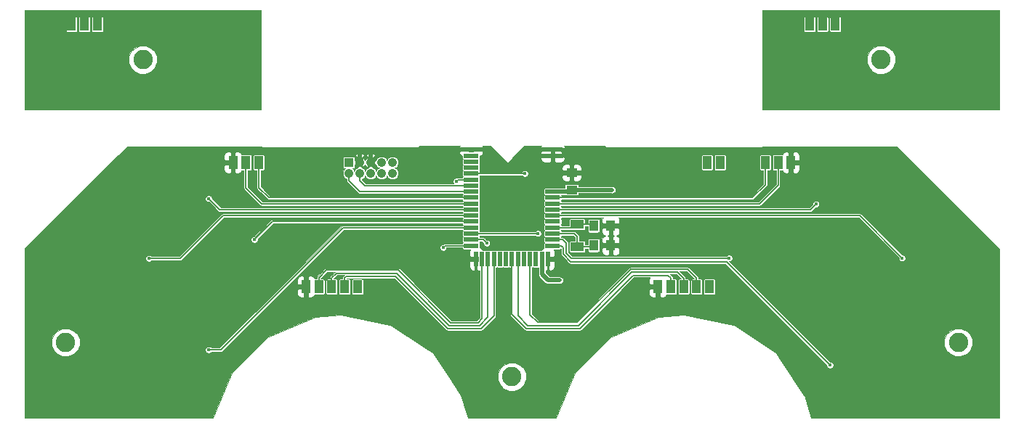
<source format=gbr>
G04 #@! TF.FileFunction,Copper,L2,Bot,Signal*
%FSLAX46Y46*%
G04 Gerber Fmt 4.6, Leading zero omitted, Abs format (unit mm)*
G04 Created by KiCad (PCBNEW (2016-04-11 BZR 6687, Git f239aee)-product) date 4/21/2016 12:06:05 PM*
%MOMM*%
G01*
G04 APERTURE LIST*
%ADD10C,0.020000*%
%ADD11R,1.000000X1.250000*%
%ADD12R,1.250000X1.000000*%
%ADD13R,1.550000X1.000000*%
%ADD14R,1.000000X1.500000*%
%ADD15R,1.050000X1.050000*%
%ADD16C,1.050000*%
%ADD17R,1.700000X0.500000*%
%ADD18R,0.500000X1.700000*%
%ADD19C,2.250000*%
%ADD20C,0.452400*%
%ADD21C,0.508000*%
%ADD22C,0.152400*%
%ADD23C,0.025400*%
G04 APERTURE END LIST*
D10*
D11*
X79518000Y-40386000D03*
X81518000Y-40386000D03*
X79518000Y-42672000D03*
X81518000Y-42672000D03*
D12*
X76962000Y-36179000D03*
X76962000Y-34179000D03*
D13*
X77597000Y-42829000D03*
X77597000Y-40229000D03*
D14*
X92750000Y-33000000D03*
X94250000Y-33000000D03*
X52000000Y-47500000D03*
X49000000Y-47500000D03*
X50500000Y-47500000D03*
X47500000Y-47500000D03*
X46000000Y-47500000D03*
X93000000Y-47500000D03*
X90000000Y-47500000D03*
X91500000Y-47500000D03*
X88500000Y-47500000D03*
X87000000Y-47500000D03*
D15*
X51000000Y-33000000D03*
D16*
X52270000Y-33000000D03*
X53540000Y-33000000D03*
X54810000Y-33000000D03*
X56080000Y-33000000D03*
X52270000Y-34270000D03*
X53540000Y-34270000D03*
X54810000Y-34270000D03*
X56080000Y-34270000D03*
X51000000Y-34270000D03*
D14*
X39000000Y-33000000D03*
X37500000Y-33000000D03*
X40500000Y-33000000D03*
X101000000Y-33000000D03*
X99500000Y-33000000D03*
X102500000Y-33000000D03*
X106172000Y-16859000D03*
X107672000Y-16859000D03*
X104672000Y-16859000D03*
X20193000Y-16859000D03*
X21693000Y-16859000D03*
X18693000Y-16859000D03*
D17*
X65250000Y-31500000D03*
X65250000Y-37100000D03*
X65250000Y-36400000D03*
X65250000Y-35000000D03*
X65250000Y-35700000D03*
X65250000Y-32900000D03*
X65250000Y-32200000D03*
X65250000Y-33600000D03*
X65250000Y-34300000D03*
X65250000Y-39900000D03*
X65250000Y-39200000D03*
X65250000Y-37800000D03*
X65250000Y-38500000D03*
X65250000Y-41300000D03*
X65250000Y-40600000D03*
X65250000Y-42000000D03*
X65250000Y-42700000D03*
D18*
X65800000Y-44250000D03*
X70000000Y-44250000D03*
X69300000Y-44250000D03*
X67900000Y-44250000D03*
X68600000Y-44250000D03*
X67200000Y-44250000D03*
X66500000Y-44250000D03*
X70700000Y-44250000D03*
X71400000Y-44250000D03*
X72800000Y-44250000D03*
X72100000Y-44250000D03*
X73500000Y-44250000D03*
X74200000Y-44250000D03*
D17*
X74750000Y-42700000D03*
X74750000Y-42000000D03*
X74750000Y-39900000D03*
X74750000Y-37800000D03*
X74750000Y-40600000D03*
X74750000Y-41300000D03*
X74750000Y-39200000D03*
X74750000Y-38500000D03*
X74750000Y-36400000D03*
X74750000Y-37100000D03*
X74750000Y-32200000D03*
X74750000Y-31500000D03*
D19*
X18000000Y-54000000D03*
X70000000Y-58000000D03*
X122000000Y-54000000D03*
X113000000Y-21000000D03*
X27000000Y-21000000D03*
D20*
X75565000Y-46736000D03*
X81661000Y-36195000D03*
X96266000Y-36449000D03*
X75057000Y-44323000D03*
X64770000Y-44323000D03*
X63754000Y-31496000D03*
X76200000Y-31877000D03*
X63500000Y-35179000D03*
X71501000Y-34290000D03*
X107061000Y-56642000D03*
X115468400Y-44145200D03*
X95300800Y-44145200D03*
X105410000Y-37846000D03*
X34671000Y-37211000D03*
X34671000Y-54864000D03*
X27686000Y-44196000D03*
X40000000Y-42000000D03*
X61976000Y-42926000D03*
X73025000Y-41275000D03*
X67056000Y-42418000D03*
D21*
X73500000Y-46068000D02*
X74168000Y-46736000D01*
X74168000Y-46736000D02*
X75565000Y-46736000D01*
X73500000Y-46068000D02*
X73500000Y-44250000D01*
X76962000Y-36179000D02*
X81645000Y-36179000D01*
X81645000Y-36179000D02*
X81661000Y-36195000D01*
X76741000Y-36400000D02*
X76962000Y-36179000D01*
X74750000Y-36400000D02*
X76741000Y-36400000D01*
X74200000Y-44250000D02*
X74984000Y-44250000D01*
X74984000Y-44250000D02*
X75057000Y-44323000D01*
X65800000Y-44250000D02*
X64843000Y-44250000D01*
X64843000Y-44250000D02*
X64770000Y-44323000D01*
X65250000Y-31500000D02*
X63758000Y-31500000D01*
X63758000Y-31500000D02*
X63754000Y-31496000D01*
X74750000Y-31500000D02*
X75823000Y-31500000D01*
X75877000Y-32200000D02*
X76200000Y-31877000D01*
X75877000Y-32200000D02*
X74750000Y-32200000D01*
X75823000Y-31500000D02*
X76200000Y-31877000D01*
X65250000Y-31500000D02*
X66925000Y-31500000D01*
X66925000Y-31500000D02*
X66929000Y-31496000D01*
X74750000Y-32200000D02*
X73083000Y-32200000D01*
X73083000Y-32200000D02*
X73025000Y-32258000D01*
X74750000Y-31500000D02*
X73029000Y-31500000D01*
X73029000Y-31500000D02*
X73025000Y-31496000D01*
X52270000Y-33000000D02*
X52270000Y-31804000D01*
X53540000Y-33000000D02*
X53540000Y-31804000D01*
D22*
X37494600Y-32994600D02*
X37500000Y-33000000D01*
X102505400Y-32994600D02*
X102500000Y-33000000D01*
X77597000Y-40229000D02*
X79361000Y-40229000D01*
X79361000Y-40229000D02*
X79518000Y-40386000D01*
X74750000Y-40600000D02*
X77226000Y-40600000D01*
X77226000Y-40600000D02*
X77597000Y-40229000D01*
X74750000Y-41300000D02*
X77241000Y-41300000D01*
X77597000Y-41656000D02*
X77597000Y-42829000D01*
X77241000Y-41300000D02*
X77597000Y-41656000D01*
X77597000Y-42829000D02*
X79361000Y-42829000D01*
X79361000Y-42829000D02*
X79518000Y-42672000D01*
X52270000Y-34270000D02*
X52270000Y-35125000D01*
X52845000Y-35700000D02*
X65250000Y-35700000D01*
X52270000Y-35125000D02*
X52845000Y-35700000D01*
X51000000Y-34270000D02*
X51000000Y-35125000D01*
X52275000Y-36400000D02*
X65250000Y-36400000D01*
X51000000Y-35125000D02*
X52275000Y-36400000D01*
X63500000Y-35179000D02*
X63679000Y-35000000D01*
X63679000Y-35000000D02*
X65250000Y-35000000D01*
X71491000Y-34300000D02*
X65250000Y-34300000D01*
X71501000Y-34290000D02*
X71491000Y-34300000D01*
X67200000Y-44250000D02*
X67200000Y-51037000D01*
X49000000Y-46504000D02*
X49580800Y-45923200D01*
X49580800Y-45923200D02*
X56591200Y-45923200D01*
X56591200Y-45923200D02*
X62687200Y-52019200D01*
X49000000Y-46504000D02*
X49000000Y-47500000D01*
X66217800Y-52019200D02*
X62687200Y-52019200D01*
X67200000Y-51037000D02*
X66217800Y-52019200D01*
X67900000Y-44250000D02*
X67900000Y-50845000D01*
X56438800Y-46278800D02*
X62534800Y-52374800D01*
X50698400Y-46278800D02*
X56438800Y-46278800D01*
X50500000Y-46477200D02*
X50500000Y-47500000D01*
X50500000Y-46477200D02*
X50698400Y-46278800D01*
X66370200Y-52374800D02*
X62534800Y-52374800D01*
X67900000Y-50845000D02*
X66370200Y-52374800D01*
X56743600Y-45567600D02*
X62865000Y-51689000D01*
X66500000Y-51229000D02*
X66040000Y-51689000D01*
X66040000Y-51689000D02*
X62865000Y-51689000D01*
X66500000Y-44250000D02*
X66500000Y-51229000D01*
X47500000Y-46480000D02*
X48412400Y-45567600D01*
X48412400Y-45567600D02*
X56743600Y-45567600D01*
X47500000Y-46480000D02*
X47500000Y-47500000D01*
X70700000Y-44250000D02*
X70700000Y-50888000D01*
X90000000Y-46515200D02*
X90000000Y-47500000D01*
X83972400Y-45821600D02*
X77774800Y-52019200D01*
X89306400Y-45821600D02*
X83972400Y-45821600D01*
X90000000Y-46515200D02*
X89306400Y-45821600D01*
X71831200Y-52019200D02*
X77774800Y-52019200D01*
X70700000Y-50888000D02*
X71831200Y-52019200D01*
X72100000Y-44250000D02*
X72100000Y-50764000D01*
X91500000Y-46491200D02*
X90474800Y-45466000D01*
X90474800Y-45466000D02*
X83820000Y-45466000D01*
X83820000Y-45466000D02*
X77622400Y-51663600D01*
X91500000Y-46491200D02*
X91500000Y-47500000D01*
X72999600Y-51663600D02*
X77622400Y-51663600D01*
X72100000Y-50764000D02*
X72999600Y-51663600D01*
X70000000Y-44250000D02*
X70000000Y-50696000D01*
X88500000Y-46488400D02*
X88500000Y-47500000D01*
X88500000Y-46488400D02*
X88188800Y-46177200D01*
X88188800Y-46177200D02*
X84124800Y-46177200D01*
X84124800Y-46177200D02*
X77927200Y-52374800D01*
X71678800Y-52374800D02*
X77927200Y-52374800D01*
X70000000Y-50696000D02*
X71678800Y-52374800D01*
X39000000Y-33000000D02*
X39000000Y-35952000D01*
X40848000Y-37800000D02*
X65250000Y-37800000D01*
X39000000Y-35952000D02*
X40848000Y-37800000D01*
X40500000Y-33000000D02*
X40500000Y-35928000D01*
X41672000Y-37100000D02*
X65250000Y-37100000D01*
X40500000Y-35928000D02*
X41672000Y-37100000D01*
X101000000Y-33000000D02*
X101000000Y-35652000D01*
X98852000Y-37800000D02*
X74750000Y-37800000D01*
X101000000Y-35652000D02*
X98852000Y-37800000D01*
X99500000Y-33000000D02*
X99500000Y-35628000D01*
X98028000Y-37100000D02*
X74750000Y-37100000D01*
X99500000Y-35628000D02*
X98028000Y-37100000D01*
X94996000Y-44577000D02*
X76835000Y-44577000D01*
X75720000Y-42700000D02*
X75946000Y-42926000D01*
X75946000Y-42926000D02*
X75946000Y-43688000D01*
X75946000Y-43688000D02*
X76835000Y-44577000D01*
X74750000Y-42700000D02*
X75720000Y-42700000D01*
X107061000Y-56642000D02*
X94996000Y-44577000D01*
X74750000Y-39200000D02*
X110523200Y-39200000D01*
X110523200Y-39200000D02*
X115468400Y-44145200D01*
X74750000Y-42000000D02*
X75909000Y-42000000D01*
X76911200Y-44145200D02*
X95300800Y-44145200D01*
X76327000Y-43561000D02*
X76911200Y-44145200D01*
X76327000Y-42418000D02*
X76327000Y-43561000D01*
X75909000Y-42000000D02*
X76327000Y-42418000D01*
X104756000Y-38500000D02*
X74750000Y-38500000D01*
X105410000Y-37846000D02*
X104756000Y-38500000D01*
X35960000Y-38500000D02*
X65250000Y-38500000D01*
X34671000Y-37211000D02*
X35960000Y-38500000D01*
X50332000Y-40600000D02*
X65250000Y-40600000D01*
X36068000Y-54864000D02*
X37973000Y-52959000D01*
X37973000Y-52959000D02*
X50332000Y-40600000D01*
X34671000Y-54864000D02*
X36068000Y-54864000D01*
X31369000Y-44196000D02*
X27686000Y-44196000D01*
X36365000Y-39200000D02*
X31369000Y-44196000D01*
X65250000Y-39200000D02*
X36365000Y-39200000D01*
X40000000Y-42000000D02*
X42100000Y-39900000D01*
X42100000Y-39900000D02*
X65250000Y-39900000D01*
X62202000Y-42700000D02*
X65250000Y-42700000D01*
X61976000Y-42926000D02*
X62202000Y-42700000D01*
X73000000Y-41300000D02*
X65250000Y-41300000D01*
X73025000Y-41275000D02*
X73000000Y-41300000D01*
X66638000Y-42000000D02*
X65250000Y-42000000D01*
X67056000Y-42418000D02*
X66638000Y-42000000D01*
D23*
G36*
X40784900Y-26784300D02*
X24892000Y-26784300D01*
X24888984Y-26784900D01*
X13215100Y-26784900D01*
X13215100Y-21324329D01*
X25362017Y-21324329D01*
X25610816Y-21926470D01*
X26071106Y-22387565D01*
X26672812Y-22637415D01*
X27324329Y-22637983D01*
X27926470Y-22389184D01*
X28387565Y-21928894D01*
X28637415Y-21327188D01*
X28637983Y-20675671D01*
X28389184Y-20073530D01*
X27928894Y-19612435D01*
X27327188Y-19362585D01*
X26675671Y-19362017D01*
X26073530Y-19610816D01*
X25612435Y-20071106D01*
X25362585Y-20672812D01*
X25362017Y-21324329D01*
X13215100Y-21324329D01*
X13215100Y-16109000D01*
X18024666Y-16109000D01*
X18024666Y-17609000D01*
X18037480Y-17673419D01*
X18073970Y-17728030D01*
X18128581Y-17764520D01*
X18193000Y-17777334D01*
X19193000Y-17777334D01*
X19257419Y-17764520D01*
X19312030Y-17728030D01*
X19348520Y-17673419D01*
X19361334Y-17609000D01*
X19361334Y-16109000D01*
X19524666Y-16109000D01*
X19524666Y-17609000D01*
X19537480Y-17673419D01*
X19573970Y-17728030D01*
X19628581Y-17764520D01*
X19693000Y-17777334D01*
X20693000Y-17777334D01*
X20757419Y-17764520D01*
X20812030Y-17728030D01*
X20848520Y-17673419D01*
X20861334Y-17609000D01*
X20861334Y-16109000D01*
X21024666Y-16109000D01*
X21024666Y-17609000D01*
X21037480Y-17673419D01*
X21073970Y-17728030D01*
X21128581Y-17764520D01*
X21193000Y-17777334D01*
X22193000Y-17777334D01*
X22257419Y-17764520D01*
X22312030Y-17728030D01*
X22348520Y-17673419D01*
X22361334Y-17609000D01*
X22361334Y-16109000D01*
X22348520Y-16044581D01*
X22312030Y-15989970D01*
X22257419Y-15953480D01*
X22193000Y-15940666D01*
X21193000Y-15940666D01*
X21128581Y-15953480D01*
X21073970Y-15989970D01*
X21037480Y-16044581D01*
X21024666Y-16109000D01*
X20861334Y-16109000D01*
X20848520Y-16044581D01*
X20812030Y-15989970D01*
X20757419Y-15953480D01*
X20693000Y-15940666D01*
X19693000Y-15940666D01*
X19628581Y-15953480D01*
X19573970Y-15989970D01*
X19537480Y-16044581D01*
X19524666Y-16109000D01*
X19361334Y-16109000D01*
X19348520Y-16044581D01*
X19312030Y-15989970D01*
X19257419Y-15953480D01*
X19193000Y-15940666D01*
X18193000Y-15940666D01*
X18128581Y-15953480D01*
X18073970Y-15989970D01*
X18037480Y-16044581D01*
X18024666Y-16109000D01*
X13215100Y-16109000D01*
X13215100Y-15215100D01*
X40784900Y-15215100D01*
X40784900Y-26784300D01*
X40784900Y-26784300D01*
G37*
X40784900Y-26784300D02*
X24892000Y-26784300D01*
X24888984Y-26784900D01*
X13215100Y-26784900D01*
X13215100Y-21324329D01*
X25362017Y-21324329D01*
X25610816Y-21926470D01*
X26071106Y-22387565D01*
X26672812Y-22637415D01*
X27324329Y-22637983D01*
X27926470Y-22389184D01*
X28387565Y-21928894D01*
X28637415Y-21327188D01*
X28637983Y-20675671D01*
X28389184Y-20073530D01*
X27928894Y-19612435D01*
X27327188Y-19362585D01*
X26675671Y-19362017D01*
X26073530Y-19610816D01*
X25612435Y-20071106D01*
X25362585Y-20672812D01*
X25362017Y-21324329D01*
X13215100Y-21324329D01*
X13215100Y-16109000D01*
X18024666Y-16109000D01*
X18024666Y-17609000D01*
X18037480Y-17673419D01*
X18073970Y-17728030D01*
X18128581Y-17764520D01*
X18193000Y-17777334D01*
X19193000Y-17777334D01*
X19257419Y-17764520D01*
X19312030Y-17728030D01*
X19348520Y-17673419D01*
X19361334Y-17609000D01*
X19361334Y-16109000D01*
X19524666Y-16109000D01*
X19524666Y-17609000D01*
X19537480Y-17673419D01*
X19573970Y-17728030D01*
X19628581Y-17764520D01*
X19693000Y-17777334D01*
X20693000Y-17777334D01*
X20757419Y-17764520D01*
X20812030Y-17728030D01*
X20848520Y-17673419D01*
X20861334Y-17609000D01*
X20861334Y-16109000D01*
X21024666Y-16109000D01*
X21024666Y-17609000D01*
X21037480Y-17673419D01*
X21073970Y-17728030D01*
X21128581Y-17764520D01*
X21193000Y-17777334D01*
X22193000Y-17777334D01*
X22257419Y-17764520D01*
X22312030Y-17728030D01*
X22348520Y-17673419D01*
X22361334Y-17609000D01*
X22361334Y-16109000D01*
X22348520Y-16044581D01*
X22312030Y-15989970D01*
X22257419Y-15953480D01*
X22193000Y-15940666D01*
X21193000Y-15940666D01*
X21128581Y-15953480D01*
X21073970Y-15989970D01*
X21037480Y-16044581D01*
X21024666Y-16109000D01*
X20861334Y-16109000D01*
X20848520Y-16044581D01*
X20812030Y-15989970D01*
X20757419Y-15953480D01*
X20693000Y-15940666D01*
X19693000Y-15940666D01*
X19628581Y-15953480D01*
X19573970Y-15989970D01*
X19537480Y-16044581D01*
X19524666Y-16109000D01*
X19361334Y-16109000D01*
X19348520Y-16044581D01*
X19312030Y-15989970D01*
X19257419Y-15953480D01*
X19193000Y-15940666D01*
X18193000Y-15940666D01*
X18128581Y-15953480D01*
X18073970Y-15989970D01*
X18037480Y-16044581D01*
X18024666Y-16109000D01*
X13215100Y-16109000D01*
X13215100Y-15215100D01*
X40784900Y-15215100D01*
X40784900Y-26784300D01*
G36*
X126784900Y-26784900D02*
X115065016Y-26784900D01*
X115062000Y-26784300D01*
X99215100Y-26784300D01*
X99215100Y-21324329D01*
X111362017Y-21324329D01*
X111610816Y-21926470D01*
X112071106Y-22387565D01*
X112672812Y-22637415D01*
X113324329Y-22637983D01*
X113926470Y-22389184D01*
X114387565Y-21928894D01*
X114637415Y-21327188D01*
X114637983Y-20675671D01*
X114389184Y-20073530D01*
X113928894Y-19612435D01*
X113327188Y-19362585D01*
X112675671Y-19362017D01*
X112073530Y-19610816D01*
X111612435Y-20071106D01*
X111362585Y-20672812D01*
X111362017Y-21324329D01*
X99215100Y-21324329D01*
X99215100Y-16109000D01*
X104003666Y-16109000D01*
X104003666Y-17609000D01*
X104016480Y-17673419D01*
X104052970Y-17728030D01*
X104107581Y-17764520D01*
X104172000Y-17777334D01*
X105172000Y-17777334D01*
X105236419Y-17764520D01*
X105291030Y-17728030D01*
X105327520Y-17673419D01*
X105340334Y-17609000D01*
X105340334Y-16109000D01*
X105503666Y-16109000D01*
X105503666Y-17609000D01*
X105516480Y-17673419D01*
X105552970Y-17728030D01*
X105607581Y-17764520D01*
X105672000Y-17777334D01*
X106672000Y-17777334D01*
X106736419Y-17764520D01*
X106791030Y-17728030D01*
X106827520Y-17673419D01*
X106840334Y-17609000D01*
X106840334Y-16109000D01*
X107003666Y-16109000D01*
X107003666Y-17609000D01*
X107016480Y-17673419D01*
X107052970Y-17728030D01*
X107107581Y-17764520D01*
X107172000Y-17777334D01*
X108172000Y-17777334D01*
X108236419Y-17764520D01*
X108291030Y-17728030D01*
X108327520Y-17673419D01*
X108340334Y-17609000D01*
X108340334Y-16109000D01*
X108327520Y-16044581D01*
X108291030Y-15989970D01*
X108236419Y-15953480D01*
X108172000Y-15940666D01*
X107172000Y-15940666D01*
X107107581Y-15953480D01*
X107052970Y-15989970D01*
X107016480Y-16044581D01*
X107003666Y-16109000D01*
X106840334Y-16109000D01*
X106827520Y-16044581D01*
X106791030Y-15989970D01*
X106736419Y-15953480D01*
X106672000Y-15940666D01*
X105672000Y-15940666D01*
X105607581Y-15953480D01*
X105552970Y-15989970D01*
X105516480Y-16044581D01*
X105503666Y-16109000D01*
X105340334Y-16109000D01*
X105327520Y-16044581D01*
X105291030Y-15989970D01*
X105236419Y-15953480D01*
X105172000Y-15940666D01*
X104172000Y-15940666D01*
X104107581Y-15953480D01*
X104052970Y-15989970D01*
X104016480Y-16044581D01*
X104003666Y-16109000D01*
X99215100Y-16109000D01*
X99215100Y-15215100D01*
X126784900Y-15215100D01*
X126784900Y-26784900D01*
X126784900Y-26784900D01*
G37*
X126784900Y-26784900D02*
X115065016Y-26784900D01*
X115062000Y-26784300D01*
X99215100Y-26784300D01*
X99215100Y-21324329D01*
X111362017Y-21324329D01*
X111610816Y-21926470D01*
X112071106Y-22387565D01*
X112672812Y-22637415D01*
X113324329Y-22637983D01*
X113926470Y-22389184D01*
X114387565Y-21928894D01*
X114637415Y-21327188D01*
X114637983Y-20675671D01*
X114389184Y-20073530D01*
X113928894Y-19612435D01*
X113327188Y-19362585D01*
X112675671Y-19362017D01*
X112073530Y-19610816D01*
X111612435Y-20071106D01*
X111362585Y-20672812D01*
X111362017Y-21324329D01*
X99215100Y-21324329D01*
X99215100Y-16109000D01*
X104003666Y-16109000D01*
X104003666Y-17609000D01*
X104016480Y-17673419D01*
X104052970Y-17728030D01*
X104107581Y-17764520D01*
X104172000Y-17777334D01*
X105172000Y-17777334D01*
X105236419Y-17764520D01*
X105291030Y-17728030D01*
X105327520Y-17673419D01*
X105340334Y-17609000D01*
X105340334Y-16109000D01*
X105503666Y-16109000D01*
X105503666Y-17609000D01*
X105516480Y-17673419D01*
X105552970Y-17728030D01*
X105607581Y-17764520D01*
X105672000Y-17777334D01*
X106672000Y-17777334D01*
X106736419Y-17764520D01*
X106791030Y-17728030D01*
X106827520Y-17673419D01*
X106840334Y-17609000D01*
X106840334Y-16109000D01*
X107003666Y-16109000D01*
X107003666Y-17609000D01*
X107016480Y-17673419D01*
X107052970Y-17728030D01*
X107107581Y-17764520D01*
X107172000Y-17777334D01*
X108172000Y-17777334D01*
X108236419Y-17764520D01*
X108291030Y-17728030D01*
X108327520Y-17673419D01*
X108340334Y-17609000D01*
X108340334Y-16109000D01*
X108327520Y-16044581D01*
X108291030Y-15989970D01*
X108236419Y-15953480D01*
X108172000Y-15940666D01*
X107172000Y-15940666D01*
X107107581Y-15953480D01*
X107052970Y-15989970D01*
X107016480Y-16044581D01*
X107003666Y-16109000D01*
X106840334Y-16109000D01*
X106827520Y-16044581D01*
X106791030Y-15989970D01*
X106736419Y-15953480D01*
X106672000Y-15940666D01*
X105672000Y-15940666D01*
X105607581Y-15953480D01*
X105552970Y-15989970D01*
X105516480Y-16044581D01*
X105503666Y-16109000D01*
X105340334Y-16109000D01*
X105327520Y-16044581D01*
X105291030Y-15989970D01*
X105236419Y-15953480D01*
X105172000Y-15940666D01*
X104172000Y-15940666D01*
X104107581Y-15953480D01*
X104052970Y-15989970D01*
X104016480Y-16044581D01*
X104003666Y-16109000D01*
X99215100Y-16109000D01*
X99215100Y-15215100D01*
X126784900Y-15215100D01*
X126784900Y-26784900D01*
G36*
X63879300Y-31146427D02*
X63879300Y-31244825D01*
X64009475Y-31375000D01*
X65008700Y-31375000D01*
X65008700Y-31250000D01*
X65491300Y-31250000D01*
X65491300Y-31375000D01*
X66490525Y-31375000D01*
X66620700Y-31244825D01*
X66620700Y-31146427D01*
X66565309Y-31012700D01*
X67494740Y-31012700D01*
X69491020Y-33008980D01*
X69495140Y-33011733D01*
X69500000Y-33012700D01*
X69504860Y-33011733D01*
X69508980Y-33008980D01*
X70062785Y-32455175D01*
X73379300Y-32455175D01*
X73379300Y-32553573D01*
X73458572Y-32744953D01*
X73605047Y-32891428D01*
X73796426Y-32970700D01*
X74378525Y-32970700D01*
X74508700Y-32840525D01*
X74508700Y-32325000D01*
X74991300Y-32325000D01*
X74991300Y-32840525D01*
X75121475Y-32970700D01*
X75703574Y-32970700D01*
X75894953Y-32891428D01*
X76041428Y-32744953D01*
X76120700Y-32553573D01*
X76120700Y-32455175D01*
X75990525Y-32325000D01*
X74991300Y-32325000D01*
X74508700Y-32325000D01*
X73509475Y-32325000D01*
X73379300Y-32455175D01*
X70062785Y-32455175D01*
X70762785Y-31755175D01*
X73379300Y-31755175D01*
X73379300Y-31944825D01*
X73443825Y-32009350D01*
X73458572Y-32044953D01*
X73605047Y-32191428D01*
X73796426Y-32270700D01*
X74378525Y-32270700D01*
X74508700Y-32140525D01*
X74508700Y-31559475D01*
X74991300Y-31559475D01*
X74991300Y-32140525D01*
X75121475Y-32270700D01*
X75703574Y-32270700D01*
X75753548Y-32250000D01*
X92081666Y-32250000D01*
X92081666Y-33750000D01*
X92094480Y-33814419D01*
X92130970Y-33869030D01*
X92185581Y-33905520D01*
X92250000Y-33918334D01*
X93250000Y-33918334D01*
X93314419Y-33905520D01*
X93369030Y-33869030D01*
X93405520Y-33814419D01*
X93418334Y-33750000D01*
X93418334Y-32250000D01*
X93581666Y-32250000D01*
X93581666Y-33750000D01*
X93594480Y-33814419D01*
X93630970Y-33869030D01*
X93685581Y-33905520D01*
X93750000Y-33918334D01*
X94750000Y-33918334D01*
X94814419Y-33905520D01*
X94869030Y-33869030D01*
X94905520Y-33814419D01*
X94918334Y-33750000D01*
X94918334Y-32250000D01*
X94905520Y-32185581D01*
X94869030Y-32130970D01*
X94814419Y-32094480D01*
X94750000Y-32081666D01*
X93750000Y-32081666D01*
X93685581Y-32094480D01*
X93630970Y-32130970D01*
X93594480Y-32185581D01*
X93581666Y-32250000D01*
X93418334Y-32250000D01*
X93405520Y-32185581D01*
X93369030Y-32130970D01*
X93314419Y-32094480D01*
X93250000Y-32081666D01*
X92250000Y-32081666D01*
X92185581Y-32094480D01*
X92130970Y-32130970D01*
X92094480Y-32185581D01*
X92081666Y-32250000D01*
X75753548Y-32250000D01*
X75894953Y-32191428D01*
X76041428Y-32044953D01*
X76056175Y-32009350D01*
X76120700Y-31944825D01*
X76120700Y-31755175D01*
X76056175Y-31690650D01*
X76041428Y-31655047D01*
X75894953Y-31508572D01*
X75703574Y-31429300D01*
X75121475Y-31429300D01*
X74991300Y-31559475D01*
X74508700Y-31559475D01*
X74378525Y-31429300D01*
X73796426Y-31429300D01*
X73605047Y-31508572D01*
X73458572Y-31655047D01*
X73443825Y-31690650D01*
X73379300Y-31755175D01*
X70762785Y-31755175D01*
X71505260Y-31012700D01*
X73434691Y-31012700D01*
X73379300Y-31146427D01*
X73379300Y-31244825D01*
X73509475Y-31375000D01*
X74508700Y-31375000D01*
X74508700Y-31250000D01*
X74991300Y-31250000D01*
X74991300Y-31375000D01*
X75990525Y-31375000D01*
X76120700Y-31244825D01*
X76120700Y-31146427D01*
X76065309Y-31012700D01*
X80708502Y-31012700D01*
X80847901Y-31152099D01*
X80917685Y-31198726D01*
X81000000Y-31215101D01*
X81000005Y-31215100D01*
X99000000Y-31215100D01*
X99082315Y-31198726D01*
X99152099Y-31152099D01*
X99168401Y-31127700D01*
X114831599Y-31127700D01*
X114847901Y-31152099D01*
X126784900Y-43089097D01*
X126784900Y-62784900D01*
X104856050Y-62784900D01*
X104063874Y-60196794D01*
X104049032Y-60169194D01*
X104037042Y-60140246D01*
X100785451Y-55273895D01*
X100726105Y-55214549D01*
X95859754Y-51962958D01*
X95782215Y-51930840D01*
X90041964Y-50789033D01*
X90010626Y-50789033D01*
X89979453Y-50785884D01*
X87126817Y-51059633D01*
X87096809Y-51068654D01*
X87066046Y-51074613D01*
X81647697Y-53287239D01*
X81577681Y-53333516D01*
X77418515Y-57451228D01*
X77399577Y-57479267D01*
X77371538Y-57520778D01*
X75160115Y-62784900D01*
X64855138Y-62784900D01*
X64063894Y-60196860D01*
X64049046Y-60169227D01*
X64037042Y-60140246D01*
X62823686Y-58324329D01*
X68362017Y-58324329D01*
X68610816Y-58926470D01*
X69071106Y-59387565D01*
X69672812Y-59637415D01*
X70324329Y-59637983D01*
X70926470Y-59389184D01*
X71387565Y-58928894D01*
X71637415Y-58327188D01*
X71637983Y-57675671D01*
X71389184Y-57073530D01*
X70928894Y-56612435D01*
X70327188Y-56362585D01*
X69675671Y-56362017D01*
X69073530Y-56610816D01*
X68612435Y-57071106D01*
X68362585Y-57672812D01*
X68362017Y-58324329D01*
X62823686Y-58324329D01*
X60785451Y-55273895D01*
X60726105Y-55214549D01*
X55859754Y-51962958D01*
X55782215Y-51930840D01*
X50041964Y-50789033D01*
X50010626Y-50789033D01*
X49979453Y-50785884D01*
X47126817Y-51059633D01*
X47096809Y-51068654D01*
X47066046Y-51074613D01*
X41647697Y-53287239D01*
X41577681Y-53333516D01*
X37418515Y-57451228D01*
X37399577Y-57479267D01*
X37371538Y-57520778D01*
X35160115Y-62784900D01*
X13215100Y-62784900D01*
X13215100Y-54324329D01*
X16362017Y-54324329D01*
X16610816Y-54926470D01*
X17071106Y-55387565D01*
X17672812Y-55637415D01*
X18324329Y-55637983D01*
X18926470Y-55389184D01*
X19387565Y-54928894D01*
X19637415Y-54327188D01*
X19637983Y-53675671D01*
X19389184Y-53073530D01*
X18928894Y-52612435D01*
X18327188Y-52362585D01*
X17675671Y-52362017D01*
X17073530Y-52610816D01*
X16612435Y-53071106D01*
X16362585Y-53672812D01*
X16362017Y-54324329D01*
X13215100Y-54324329D01*
X13215100Y-44273493D01*
X27294632Y-44273493D01*
X27354079Y-44417364D01*
X27464057Y-44527535D01*
X27607824Y-44587232D01*
X27763493Y-44587368D01*
X27907364Y-44527921D01*
X27998144Y-44437300D01*
X31369000Y-44437300D01*
X31461342Y-44418932D01*
X31539625Y-44366625D01*
X36464950Y-39441300D01*
X64231666Y-39441300D01*
X64231666Y-39450000D01*
X64244480Y-39514419D01*
X64268255Y-39550000D01*
X64244480Y-39585581D01*
X64231666Y-39650000D01*
X64231666Y-39658700D01*
X42100000Y-39658700D01*
X42007658Y-39677068D01*
X41978455Y-39696581D01*
X41929375Y-39729375D01*
X40050007Y-41608743D01*
X39922507Y-41608632D01*
X39778636Y-41668079D01*
X39668465Y-41778057D01*
X39608768Y-41921824D01*
X39608632Y-42077493D01*
X39668079Y-42221364D01*
X39778057Y-42331535D01*
X39921824Y-42391232D01*
X40077493Y-42391368D01*
X40221364Y-42331921D01*
X40331535Y-42221943D01*
X40391232Y-42078176D01*
X40391344Y-41949906D01*
X42199950Y-40141300D01*
X64231666Y-40141300D01*
X64231666Y-40150000D01*
X64244480Y-40214419D01*
X64268255Y-40250000D01*
X64244480Y-40285581D01*
X64231666Y-40350000D01*
X64231666Y-40358700D01*
X50332000Y-40358700D01*
X50239658Y-40377068D01*
X50161375Y-40429375D01*
X35968050Y-54622700D01*
X34983020Y-54622700D01*
X34892943Y-54532465D01*
X34749176Y-54472768D01*
X34593507Y-54472632D01*
X34449636Y-54532079D01*
X34339465Y-54642057D01*
X34279768Y-54785824D01*
X34279632Y-54941493D01*
X34339079Y-55085364D01*
X34449057Y-55195535D01*
X34592824Y-55255232D01*
X34748493Y-55255368D01*
X34892364Y-55195921D01*
X34983144Y-55105300D01*
X36068000Y-55105300D01*
X36160342Y-55086932D01*
X36238625Y-55034625D01*
X43401775Y-47871475D01*
X44979300Y-47871475D01*
X44979300Y-48353573D01*
X45058572Y-48544953D01*
X45205047Y-48691428D01*
X45396426Y-48770700D01*
X45628525Y-48770700D01*
X45758700Y-48640525D01*
X45758700Y-47741300D01*
X45109475Y-47741300D01*
X44979300Y-47871475D01*
X43401775Y-47871475D01*
X44626823Y-46646427D01*
X44979300Y-46646427D01*
X44979300Y-47128525D01*
X45109475Y-47258700D01*
X45758700Y-47258700D01*
X45758700Y-46359475D01*
X45628525Y-46229300D01*
X45396426Y-46229300D01*
X45205047Y-46308572D01*
X45058572Y-46455047D01*
X44979300Y-46646427D01*
X44626823Y-46646427D01*
X46651775Y-44621475D01*
X65029300Y-44621475D01*
X65029300Y-45203573D01*
X65108572Y-45394953D01*
X65255047Y-45541428D01*
X65446426Y-45620700D01*
X65544825Y-45620700D01*
X65675000Y-45490525D01*
X65675000Y-44491300D01*
X65159475Y-44491300D01*
X65029300Y-44621475D01*
X46651775Y-44621475D01*
X50431950Y-40841300D01*
X64231666Y-40841300D01*
X64231666Y-40850000D01*
X64244480Y-40914419D01*
X64268255Y-40950000D01*
X64244480Y-40985581D01*
X64231666Y-41050000D01*
X64231666Y-41550000D01*
X64244480Y-41614419D01*
X64268255Y-41650000D01*
X64244480Y-41685581D01*
X64231666Y-41750000D01*
X64231666Y-42250000D01*
X64244480Y-42314419D01*
X64268255Y-42350000D01*
X64244480Y-42385581D01*
X64231666Y-42450000D01*
X64231666Y-42458700D01*
X62202000Y-42458700D01*
X62109658Y-42477068D01*
X62031375Y-42529375D01*
X62026007Y-42534743D01*
X61898507Y-42534632D01*
X61754636Y-42594079D01*
X61644465Y-42704057D01*
X61584768Y-42847824D01*
X61584632Y-43003493D01*
X61644079Y-43147364D01*
X61754057Y-43257535D01*
X61897824Y-43317232D01*
X62053493Y-43317368D01*
X62197364Y-43257921D01*
X62307535Y-43147943D01*
X62367232Y-43004176D01*
X62367287Y-42941300D01*
X64231666Y-42941300D01*
X64231666Y-42950000D01*
X64244480Y-43014419D01*
X64280970Y-43069030D01*
X64335581Y-43105520D01*
X64400000Y-43118334D01*
X65103068Y-43118334D01*
X65029300Y-43296427D01*
X65029300Y-43878525D01*
X65159475Y-44008700D01*
X65675000Y-44008700D01*
X65675000Y-43988700D01*
X65925000Y-43988700D01*
X65925000Y-44008700D01*
X66050000Y-44008700D01*
X66050000Y-44491300D01*
X65925000Y-44491300D01*
X65925000Y-45490525D01*
X66055175Y-45620700D01*
X66153574Y-45620700D01*
X66258700Y-45577155D01*
X66258700Y-51129050D01*
X65940050Y-51447700D01*
X62964950Y-51447700D01*
X56914225Y-45396975D01*
X56879330Y-45373659D01*
X56835942Y-45344668D01*
X56743600Y-45326300D01*
X48412400Y-45326300D01*
X48320058Y-45344668D01*
X48276670Y-45373659D01*
X48241775Y-45396975D01*
X47329375Y-46309375D01*
X47277068Y-46387658D01*
X47258700Y-46480000D01*
X47258700Y-46581666D01*
X47000000Y-46581666D01*
X46994341Y-46582792D01*
X46941428Y-46455047D01*
X46794953Y-46308572D01*
X46603574Y-46229300D01*
X46371475Y-46229300D01*
X46241300Y-46359475D01*
X46241300Y-47258700D01*
X46261300Y-47258700D01*
X46261300Y-47741300D01*
X46241300Y-47741300D01*
X46241300Y-48640525D01*
X46371475Y-48770700D01*
X46603574Y-48770700D01*
X46794953Y-48691428D01*
X46941428Y-48544953D01*
X46994341Y-48417208D01*
X47000000Y-48418334D01*
X48000000Y-48418334D01*
X48064419Y-48405520D01*
X48119030Y-48369030D01*
X48155520Y-48314419D01*
X48168334Y-48250000D01*
X48168334Y-46750000D01*
X48155520Y-46685581D01*
X48119030Y-46630970D01*
X48064419Y-46594480D01*
X48000000Y-46581666D01*
X47741300Y-46581666D01*
X47741300Y-46579950D01*
X48512350Y-45808900D01*
X49353850Y-45808900D01*
X48829375Y-46333375D01*
X48777068Y-46411658D01*
X48758700Y-46504000D01*
X48758700Y-46581666D01*
X48500000Y-46581666D01*
X48435581Y-46594480D01*
X48380970Y-46630970D01*
X48344480Y-46685581D01*
X48331666Y-46750000D01*
X48331666Y-48250000D01*
X48344480Y-48314419D01*
X48380970Y-48369030D01*
X48435581Y-48405520D01*
X48500000Y-48418334D01*
X49500000Y-48418334D01*
X49564419Y-48405520D01*
X49619030Y-48369030D01*
X49655520Y-48314419D01*
X49668334Y-48250000D01*
X49668334Y-46750000D01*
X49655520Y-46685581D01*
X49619030Y-46630970D01*
X49564419Y-46594480D01*
X49500000Y-46581666D01*
X49263584Y-46581666D01*
X49680750Y-46164500D01*
X50471450Y-46164500D01*
X50329375Y-46306575D01*
X50277068Y-46384858D01*
X50258700Y-46477200D01*
X50258700Y-46581666D01*
X50000000Y-46581666D01*
X49935581Y-46594480D01*
X49880970Y-46630970D01*
X49844480Y-46685581D01*
X49831666Y-46750000D01*
X49831666Y-48250000D01*
X49844480Y-48314419D01*
X49880970Y-48369030D01*
X49935581Y-48405520D01*
X50000000Y-48418334D01*
X51000000Y-48418334D01*
X51064419Y-48405520D01*
X51119030Y-48369030D01*
X51155520Y-48314419D01*
X51168334Y-48250000D01*
X51168334Y-46750000D01*
X51331666Y-46750000D01*
X51331666Y-48250000D01*
X51344480Y-48314419D01*
X51380970Y-48369030D01*
X51435581Y-48405520D01*
X51500000Y-48418334D01*
X52500000Y-48418334D01*
X52564419Y-48405520D01*
X52619030Y-48369030D01*
X52655520Y-48314419D01*
X52668334Y-48250000D01*
X52668334Y-46750000D01*
X52655520Y-46685581D01*
X52619030Y-46630970D01*
X52564419Y-46594480D01*
X52500000Y-46581666D01*
X51500000Y-46581666D01*
X51435581Y-46594480D01*
X51380970Y-46630970D01*
X51344480Y-46685581D01*
X51331666Y-46750000D01*
X51168334Y-46750000D01*
X51155520Y-46685581D01*
X51119030Y-46630970D01*
X51064419Y-46594480D01*
X51000000Y-46581666D01*
X50741300Y-46581666D01*
X50741300Y-46577150D01*
X50798350Y-46520100D01*
X56338850Y-46520100D01*
X62364175Y-52545425D01*
X62442458Y-52597732D01*
X62534800Y-52616100D01*
X66370200Y-52616100D01*
X66462542Y-52597732D01*
X66540825Y-52545425D01*
X68070625Y-51015625D01*
X68094794Y-50979453D01*
X68122932Y-50937342D01*
X68141300Y-50845000D01*
X68141300Y-45268334D01*
X68150000Y-45268334D01*
X68214419Y-45255520D01*
X68250000Y-45231745D01*
X68285581Y-45255520D01*
X68350000Y-45268334D01*
X68850000Y-45268334D01*
X68914419Y-45255520D01*
X68950000Y-45231745D01*
X68985581Y-45255520D01*
X69050000Y-45268334D01*
X69550000Y-45268334D01*
X69614419Y-45255520D01*
X69650000Y-45231745D01*
X69685581Y-45255520D01*
X69750000Y-45268334D01*
X69758700Y-45268334D01*
X69758700Y-50696000D01*
X69777068Y-50788342D01*
X69822504Y-50856342D01*
X69829375Y-50866625D01*
X71508175Y-52545425D01*
X71586459Y-52597733D01*
X71678800Y-52616100D01*
X77927200Y-52616100D01*
X78019542Y-52597732D01*
X78097825Y-52545425D01*
X82771775Y-47871475D01*
X85979300Y-47871475D01*
X85979300Y-48353573D01*
X86058572Y-48544953D01*
X86205047Y-48691428D01*
X86396426Y-48770700D01*
X86628525Y-48770700D01*
X86758700Y-48640525D01*
X86758700Y-47741300D01*
X86109475Y-47741300D01*
X85979300Y-47871475D01*
X82771775Y-47871475D01*
X84224750Y-46418500D01*
X86095119Y-46418500D01*
X86058572Y-46455047D01*
X85979300Y-46646427D01*
X85979300Y-47128525D01*
X86109475Y-47258700D01*
X86758700Y-47258700D01*
X86758700Y-47238700D01*
X87241300Y-47238700D01*
X87241300Y-47258700D01*
X87261300Y-47258700D01*
X87261300Y-47741300D01*
X87241300Y-47741300D01*
X87241300Y-48640525D01*
X87371475Y-48770700D01*
X87603574Y-48770700D01*
X87794953Y-48691428D01*
X87941428Y-48544953D01*
X87994341Y-48417208D01*
X88000000Y-48418334D01*
X89000000Y-48418334D01*
X89064419Y-48405520D01*
X89119030Y-48369030D01*
X89155520Y-48314419D01*
X89168334Y-48250000D01*
X89168334Y-46750000D01*
X89155520Y-46685581D01*
X89119030Y-46630970D01*
X89064419Y-46594480D01*
X89000000Y-46581666D01*
X88741300Y-46581666D01*
X88741300Y-46488400D01*
X88722932Y-46396058D01*
X88670625Y-46317775D01*
X88415750Y-46062900D01*
X89206450Y-46062900D01*
X89725216Y-46581666D01*
X89500000Y-46581666D01*
X89435581Y-46594480D01*
X89380970Y-46630970D01*
X89344480Y-46685581D01*
X89331666Y-46750000D01*
X89331666Y-48250000D01*
X89344480Y-48314419D01*
X89380970Y-48369030D01*
X89435581Y-48405520D01*
X89500000Y-48418334D01*
X90500000Y-48418334D01*
X90564419Y-48405520D01*
X90619030Y-48369030D01*
X90655520Y-48314419D01*
X90668334Y-48250000D01*
X90668334Y-46750000D01*
X90655520Y-46685581D01*
X90619030Y-46630970D01*
X90564419Y-46594480D01*
X90500000Y-46581666D01*
X90241300Y-46581666D01*
X90241300Y-46515205D01*
X90241301Y-46515200D01*
X90222933Y-46422859D01*
X90170625Y-46344575D01*
X89533350Y-45707300D01*
X90374850Y-45707300D01*
X91249216Y-46581666D01*
X91000000Y-46581666D01*
X90935581Y-46594480D01*
X90880970Y-46630970D01*
X90844480Y-46685581D01*
X90831666Y-46750000D01*
X90831666Y-48250000D01*
X90844480Y-48314419D01*
X90880970Y-48369030D01*
X90935581Y-48405520D01*
X91000000Y-48418334D01*
X92000000Y-48418334D01*
X92064419Y-48405520D01*
X92119030Y-48369030D01*
X92155520Y-48314419D01*
X92168334Y-48250000D01*
X92168334Y-46750000D01*
X92331666Y-46750000D01*
X92331666Y-48250000D01*
X92344480Y-48314419D01*
X92380970Y-48369030D01*
X92435581Y-48405520D01*
X92500000Y-48418334D01*
X93500000Y-48418334D01*
X93564419Y-48405520D01*
X93619030Y-48369030D01*
X93655520Y-48314419D01*
X93668334Y-48250000D01*
X93668334Y-46750000D01*
X93655520Y-46685581D01*
X93619030Y-46630970D01*
X93564419Y-46594480D01*
X93500000Y-46581666D01*
X92500000Y-46581666D01*
X92435581Y-46594480D01*
X92380970Y-46630970D01*
X92344480Y-46685581D01*
X92331666Y-46750000D01*
X92168334Y-46750000D01*
X92155520Y-46685581D01*
X92119030Y-46630970D01*
X92064419Y-46594480D01*
X92000000Y-46581666D01*
X91741300Y-46581666D01*
X91741300Y-46491200D01*
X91734109Y-46455047D01*
X91722933Y-46398859D01*
X91670625Y-46320575D01*
X90645425Y-45295375D01*
X90604955Y-45268334D01*
X90567142Y-45243068D01*
X90474800Y-45224700D01*
X83820000Y-45224700D01*
X83727658Y-45243068D01*
X83689845Y-45268334D01*
X83649375Y-45295375D01*
X77522450Y-51422300D01*
X73099550Y-51422300D01*
X72341300Y-50664050D01*
X72341300Y-45268334D01*
X72350000Y-45268334D01*
X72414419Y-45255520D01*
X72450000Y-45231745D01*
X72485581Y-45255520D01*
X72550000Y-45268334D01*
X73050000Y-45268334D01*
X73080900Y-45262187D01*
X73080900Y-46068000D01*
X73112802Y-46228383D01*
X73182956Y-46333375D01*
X73203652Y-46364348D01*
X73871652Y-47032349D01*
X73924312Y-47067535D01*
X74007617Y-47123198D01*
X74168000Y-47155100D01*
X75565000Y-47155100D01*
X75725383Y-47123198D01*
X75861348Y-47032348D01*
X75952198Y-46896383D01*
X75984100Y-46736000D01*
X75952198Y-46575617D01*
X75861348Y-46439652D01*
X75725383Y-46348802D01*
X75565000Y-46316900D01*
X74341597Y-46316900D01*
X73919100Y-45894404D01*
X73919100Y-45620700D01*
X73944825Y-45620700D01*
X74075000Y-45490525D01*
X74075000Y-44491300D01*
X74325000Y-44491300D01*
X74325000Y-45490525D01*
X74455175Y-45620700D01*
X74553574Y-45620700D01*
X74744953Y-45541428D01*
X74891428Y-45394953D01*
X74970700Y-45203573D01*
X74970700Y-44621475D01*
X74840525Y-44491300D01*
X74325000Y-44491300D01*
X74075000Y-44491300D01*
X73950000Y-44491300D01*
X73950000Y-44008700D01*
X74075000Y-44008700D01*
X74075000Y-43988700D01*
X74325000Y-43988700D01*
X74325000Y-44008700D01*
X74840525Y-44008700D01*
X74970700Y-43878525D01*
X74970700Y-43296427D01*
X74896932Y-43118334D01*
X75600000Y-43118334D01*
X75664419Y-43105520D01*
X75704700Y-43078605D01*
X75704700Y-43688000D01*
X75723068Y-43780342D01*
X75739389Y-43804768D01*
X75775375Y-43858625D01*
X76664375Y-44747625D01*
X76742658Y-44799932D01*
X76835000Y-44818300D01*
X94896050Y-44818300D01*
X106669743Y-56591993D01*
X106669632Y-56719493D01*
X106729079Y-56863364D01*
X106839057Y-56973535D01*
X106982824Y-57033232D01*
X107138493Y-57033368D01*
X107282364Y-56973921D01*
X107392535Y-56863943D01*
X107452232Y-56720176D01*
X107452368Y-56564507D01*
X107392921Y-56420636D01*
X107282943Y-56310465D01*
X107139176Y-56250768D01*
X107010906Y-56250656D01*
X105084579Y-54324329D01*
X120362017Y-54324329D01*
X120610816Y-54926470D01*
X121071106Y-55387565D01*
X121672812Y-55637415D01*
X122324329Y-55637983D01*
X122926470Y-55389184D01*
X123387565Y-54928894D01*
X123637415Y-54327188D01*
X123637983Y-53675671D01*
X123389184Y-53073530D01*
X122928894Y-52612435D01*
X122327188Y-52362585D01*
X121675671Y-52362017D01*
X121073530Y-52610816D01*
X120612435Y-53071106D01*
X120362585Y-53672812D01*
X120362017Y-54324329D01*
X105084579Y-54324329D01*
X95296747Y-44536497D01*
X95378293Y-44536568D01*
X95522164Y-44477121D01*
X95632335Y-44367143D01*
X95692032Y-44223376D01*
X95692168Y-44067707D01*
X95632721Y-43923836D01*
X95522743Y-43813665D01*
X95378976Y-43753968D01*
X95223307Y-43753832D01*
X95079436Y-43813279D01*
X94988656Y-43903900D01*
X77011150Y-43903900D01*
X76568300Y-43461050D01*
X76568300Y-42418000D01*
X76549932Y-42325658D01*
X76497625Y-42247375D01*
X76079625Y-41829375D01*
X76075509Y-41826625D01*
X76001342Y-41777068D01*
X75909000Y-41758700D01*
X75768334Y-41758700D01*
X75768334Y-41750000D01*
X75755520Y-41685581D01*
X75731745Y-41650000D01*
X75755520Y-41614419D01*
X75768334Y-41550000D01*
X75768334Y-41541300D01*
X77141050Y-41541300D01*
X77355700Y-41755950D01*
X77355700Y-42160666D01*
X76822000Y-42160666D01*
X76757581Y-42173480D01*
X76702970Y-42209970D01*
X76666480Y-42264581D01*
X76653666Y-42329000D01*
X76653666Y-43329000D01*
X76666480Y-43393419D01*
X76702970Y-43448030D01*
X76757581Y-43484520D01*
X76822000Y-43497334D01*
X78372000Y-43497334D01*
X78436419Y-43484520D01*
X78491030Y-43448030D01*
X78527520Y-43393419D01*
X78540334Y-43329000D01*
X78540334Y-43070300D01*
X78849666Y-43070300D01*
X78849666Y-43297000D01*
X78862480Y-43361419D01*
X78898970Y-43416030D01*
X78953581Y-43452520D01*
X79018000Y-43465334D01*
X80018000Y-43465334D01*
X80082419Y-43452520D01*
X80137030Y-43416030D01*
X80173520Y-43361419D01*
X80186334Y-43297000D01*
X80186334Y-43043475D01*
X80497300Y-43043475D01*
X80497300Y-43400573D01*
X80576572Y-43591953D01*
X80723047Y-43738428D01*
X80914426Y-43817700D01*
X81146525Y-43817700D01*
X81276700Y-43687525D01*
X81276700Y-42913300D01*
X81759300Y-42913300D01*
X81759300Y-43687525D01*
X81889475Y-43817700D01*
X82121574Y-43817700D01*
X82312953Y-43738428D01*
X82459428Y-43591953D01*
X82538700Y-43400573D01*
X82538700Y-43043475D01*
X82408525Y-42913300D01*
X81759300Y-42913300D01*
X81276700Y-42913300D01*
X80627475Y-42913300D01*
X80497300Y-43043475D01*
X80186334Y-43043475D01*
X80186334Y-42047000D01*
X80173520Y-41982581D01*
X80137030Y-41927970D01*
X80082419Y-41891480D01*
X80018000Y-41878666D01*
X79018000Y-41878666D01*
X78953581Y-41891480D01*
X78898970Y-41927970D01*
X78862480Y-41982581D01*
X78849666Y-42047000D01*
X78849666Y-42587700D01*
X78540334Y-42587700D01*
X78540334Y-42329000D01*
X78527520Y-42264581D01*
X78491030Y-42209970D01*
X78436419Y-42173480D01*
X78372000Y-42160666D01*
X77838300Y-42160666D01*
X77838300Y-41656000D01*
X77819932Y-41563658D01*
X77767625Y-41485375D01*
X77411625Y-41129375D01*
X77389472Y-41114573D01*
X77333342Y-41077068D01*
X77241000Y-41058700D01*
X75768334Y-41058700D01*
X75768334Y-41050000D01*
X75755520Y-40985581D01*
X75731745Y-40950000D01*
X75755520Y-40914419D01*
X75768334Y-40850000D01*
X75768334Y-40841300D01*
X76698473Y-40841300D01*
X76702970Y-40848030D01*
X76757581Y-40884520D01*
X76822000Y-40897334D01*
X78372000Y-40897334D01*
X78436419Y-40884520D01*
X78491030Y-40848030D01*
X78527520Y-40793419D01*
X78540334Y-40729000D01*
X78540334Y-40470300D01*
X78849666Y-40470300D01*
X78849666Y-41011000D01*
X78862480Y-41075419D01*
X78898970Y-41130030D01*
X78953581Y-41166520D01*
X79018000Y-41179334D01*
X80018000Y-41179334D01*
X80082419Y-41166520D01*
X80137030Y-41130030D01*
X80173520Y-41075419D01*
X80186334Y-41011000D01*
X80186334Y-40757475D01*
X80497300Y-40757475D01*
X80497300Y-41114573D01*
X80576572Y-41305953D01*
X80723047Y-41452428D01*
X80907908Y-41529000D01*
X80723047Y-41605572D01*
X80576572Y-41752047D01*
X80497300Y-41943427D01*
X80497300Y-42300525D01*
X80627475Y-42430700D01*
X81276700Y-42430700D01*
X81276700Y-41656475D01*
X81149225Y-41529000D01*
X81276700Y-41401525D01*
X81276700Y-40627300D01*
X81759300Y-40627300D01*
X81759300Y-41401525D01*
X81886775Y-41529000D01*
X81759300Y-41656475D01*
X81759300Y-42430700D01*
X82408525Y-42430700D01*
X82538700Y-42300525D01*
X82538700Y-41943427D01*
X82459428Y-41752047D01*
X82312953Y-41605572D01*
X82128092Y-41529000D01*
X82312953Y-41452428D01*
X82459428Y-41305953D01*
X82538700Y-41114573D01*
X82538700Y-40757475D01*
X82408525Y-40627300D01*
X81759300Y-40627300D01*
X81276700Y-40627300D01*
X80627475Y-40627300D01*
X80497300Y-40757475D01*
X80186334Y-40757475D01*
X80186334Y-39761000D01*
X80173520Y-39696581D01*
X80137030Y-39641970D01*
X80082419Y-39605480D01*
X80018000Y-39592666D01*
X79018000Y-39592666D01*
X78953581Y-39605480D01*
X78898970Y-39641970D01*
X78862480Y-39696581D01*
X78849666Y-39761000D01*
X78849666Y-39987700D01*
X78540334Y-39987700D01*
X78540334Y-39729000D01*
X78527520Y-39664581D01*
X78491030Y-39609970D01*
X78436419Y-39573480D01*
X78372000Y-39560666D01*
X76822000Y-39560666D01*
X76757581Y-39573480D01*
X76702970Y-39609970D01*
X76666480Y-39664581D01*
X76653666Y-39729000D01*
X76653666Y-40358700D01*
X75768334Y-40358700D01*
X75768334Y-40350000D01*
X75755520Y-40285581D01*
X75731745Y-40250000D01*
X75755520Y-40214419D01*
X75768334Y-40150000D01*
X75768334Y-39650000D01*
X75755520Y-39585581D01*
X75731745Y-39550000D01*
X75755520Y-39514419D01*
X75768334Y-39450000D01*
X75768334Y-39441300D01*
X80601319Y-39441300D01*
X80576572Y-39466047D01*
X80497300Y-39657427D01*
X80497300Y-40014525D01*
X80627475Y-40144700D01*
X81276700Y-40144700D01*
X81276700Y-40124700D01*
X81759300Y-40124700D01*
X81759300Y-40144700D01*
X82408525Y-40144700D01*
X82538700Y-40014525D01*
X82538700Y-39657427D01*
X82459428Y-39466047D01*
X82434681Y-39441300D01*
X110423250Y-39441300D01*
X115077143Y-44095193D01*
X115077032Y-44222693D01*
X115136479Y-44366564D01*
X115246457Y-44476735D01*
X115390224Y-44536432D01*
X115545893Y-44536568D01*
X115689764Y-44477121D01*
X115799935Y-44367143D01*
X115859632Y-44223376D01*
X115859768Y-44067707D01*
X115800321Y-43923836D01*
X115690343Y-43813665D01*
X115546576Y-43753968D01*
X115418306Y-43753856D01*
X110693825Y-39029375D01*
X110615542Y-38977068D01*
X110523200Y-38958700D01*
X75768334Y-38958700D01*
X75768334Y-38950000D01*
X75755520Y-38885581D01*
X75731745Y-38850000D01*
X75755520Y-38814419D01*
X75768334Y-38750000D01*
X75768334Y-38741300D01*
X104756000Y-38741300D01*
X104848342Y-38722932D01*
X104926625Y-38670625D01*
X105359993Y-38237257D01*
X105487493Y-38237368D01*
X105631364Y-38177921D01*
X105741535Y-38067943D01*
X105801232Y-37924176D01*
X105801368Y-37768507D01*
X105741921Y-37624636D01*
X105631943Y-37514465D01*
X105488176Y-37454768D01*
X105332507Y-37454632D01*
X105188636Y-37514079D01*
X105078465Y-37624057D01*
X105018768Y-37767824D01*
X105018656Y-37896094D01*
X104656050Y-38258700D01*
X75768334Y-38258700D01*
X75768334Y-38250000D01*
X75755520Y-38185581D01*
X75731745Y-38150000D01*
X75755520Y-38114419D01*
X75768334Y-38050000D01*
X75768334Y-38041300D01*
X98852000Y-38041300D01*
X98944342Y-38022932D01*
X99022625Y-37970625D01*
X101170625Y-35822625D01*
X101222933Y-35744341D01*
X101241300Y-35652000D01*
X101241300Y-33918334D01*
X101500000Y-33918334D01*
X101505659Y-33917208D01*
X101558572Y-34044953D01*
X101705047Y-34191428D01*
X101896426Y-34270700D01*
X102128525Y-34270700D01*
X102258700Y-34140525D01*
X102258700Y-33241300D01*
X102741300Y-33241300D01*
X102741300Y-34140525D01*
X102871475Y-34270700D01*
X103103574Y-34270700D01*
X103294953Y-34191428D01*
X103441428Y-34044953D01*
X103520700Y-33853573D01*
X103520700Y-33371475D01*
X103390525Y-33241300D01*
X102741300Y-33241300D01*
X102258700Y-33241300D01*
X102238700Y-33241300D01*
X102238700Y-32758700D01*
X102258700Y-32758700D01*
X102258700Y-31859475D01*
X102741300Y-31859475D01*
X102741300Y-32758700D01*
X103390525Y-32758700D01*
X103520700Y-32628525D01*
X103520700Y-32146427D01*
X103441428Y-31955047D01*
X103294953Y-31808572D01*
X103103574Y-31729300D01*
X102871475Y-31729300D01*
X102741300Y-31859475D01*
X102258700Y-31859475D01*
X102128525Y-31729300D01*
X101896426Y-31729300D01*
X101705047Y-31808572D01*
X101558572Y-31955047D01*
X101505659Y-32082792D01*
X101500000Y-32081666D01*
X100500000Y-32081666D01*
X100435581Y-32094480D01*
X100380970Y-32130970D01*
X100344480Y-32185581D01*
X100331666Y-32250000D01*
X100331666Y-33750000D01*
X100344480Y-33814419D01*
X100380970Y-33869030D01*
X100435581Y-33905520D01*
X100500000Y-33918334D01*
X100758700Y-33918334D01*
X100758700Y-35552050D01*
X98752050Y-37558700D01*
X75768334Y-37558700D01*
X75768334Y-37550000D01*
X75755520Y-37485581D01*
X75731745Y-37450000D01*
X75755520Y-37414419D01*
X75768334Y-37350000D01*
X75768334Y-37341300D01*
X98028000Y-37341300D01*
X98120342Y-37322932D01*
X98198625Y-37270625D01*
X99670625Y-35798625D01*
X99682151Y-35781375D01*
X99722932Y-35720342D01*
X99741300Y-35628000D01*
X99741300Y-33918334D01*
X100000000Y-33918334D01*
X100064419Y-33905520D01*
X100119030Y-33869030D01*
X100155520Y-33814419D01*
X100168334Y-33750000D01*
X100168334Y-32250000D01*
X100155520Y-32185581D01*
X100119030Y-32130970D01*
X100064419Y-32094480D01*
X100000000Y-32081666D01*
X99000000Y-32081666D01*
X98935581Y-32094480D01*
X98880970Y-32130970D01*
X98844480Y-32185581D01*
X98831666Y-32250000D01*
X98831666Y-33750000D01*
X98844480Y-33814419D01*
X98880970Y-33869030D01*
X98935581Y-33905520D01*
X99000000Y-33918334D01*
X99258700Y-33918334D01*
X99258700Y-35528050D01*
X97928050Y-36858700D01*
X75768334Y-36858700D01*
X75768334Y-36850000D01*
X75762187Y-36819100D01*
X76249503Y-36819100D01*
X76272581Y-36834520D01*
X76337000Y-36847334D01*
X77587000Y-36847334D01*
X77651419Y-36834520D01*
X77706030Y-36798030D01*
X77742520Y-36743419D01*
X77755334Y-36679000D01*
X77755334Y-36598100D01*
X81580565Y-36598100D01*
X81661000Y-36614099D01*
X81821382Y-36582198D01*
X81957348Y-36491348D01*
X82048198Y-36355382D01*
X82080099Y-36195000D01*
X82048198Y-36034617D01*
X81957348Y-35898651D01*
X81941348Y-35882652D01*
X81929794Y-35874932D01*
X81805383Y-35791802D01*
X81645000Y-35759900D01*
X77755334Y-35759900D01*
X77755334Y-35679000D01*
X77742520Y-35614581D01*
X77706030Y-35559970D01*
X77651419Y-35523480D01*
X77587000Y-35510666D01*
X76337000Y-35510666D01*
X76272581Y-35523480D01*
X76217970Y-35559970D01*
X76181480Y-35614581D01*
X76168666Y-35679000D01*
X76168666Y-35980900D01*
X74750000Y-35980900D01*
X74746149Y-35981666D01*
X73900000Y-35981666D01*
X73835581Y-35994480D01*
X73780970Y-36030970D01*
X73744480Y-36085581D01*
X73731666Y-36150000D01*
X73731666Y-36650000D01*
X73744480Y-36714419D01*
X73768255Y-36750000D01*
X73744480Y-36785581D01*
X73731666Y-36850000D01*
X73731666Y-37350000D01*
X73744480Y-37414419D01*
X73768255Y-37450000D01*
X73744480Y-37485581D01*
X73731666Y-37550000D01*
X73731666Y-38050000D01*
X73744480Y-38114419D01*
X73768255Y-38150000D01*
X73744480Y-38185581D01*
X73731666Y-38250000D01*
X73731666Y-38750000D01*
X73744480Y-38814419D01*
X73768255Y-38850000D01*
X73744480Y-38885581D01*
X73731666Y-38950000D01*
X73731666Y-39450000D01*
X73744480Y-39514419D01*
X73768255Y-39550000D01*
X73744480Y-39585581D01*
X73731666Y-39650000D01*
X73731666Y-40150000D01*
X73744480Y-40214419D01*
X73768255Y-40250000D01*
X73744480Y-40285581D01*
X73731666Y-40350000D01*
X73731666Y-40850000D01*
X73744480Y-40914419D01*
X73768255Y-40950000D01*
X73744480Y-40985581D01*
X73731666Y-41050000D01*
X73731666Y-41550000D01*
X73744480Y-41614419D01*
X73768255Y-41650000D01*
X73744480Y-41685581D01*
X73731666Y-41750000D01*
X73731666Y-42250000D01*
X73744480Y-42314419D01*
X73768255Y-42350000D01*
X73744480Y-42385581D01*
X73731666Y-42450000D01*
X73731666Y-42926835D01*
X73655047Y-42958572D01*
X73508572Y-43105047D01*
X73456125Y-43231666D01*
X73250000Y-43231666D01*
X73185581Y-43244480D01*
X73150000Y-43268255D01*
X73114419Y-43244480D01*
X73050000Y-43231666D01*
X72550000Y-43231666D01*
X72485581Y-43244480D01*
X72450000Y-43268255D01*
X72414419Y-43244480D01*
X72350000Y-43231666D01*
X71850000Y-43231666D01*
X71785581Y-43244480D01*
X71750000Y-43268255D01*
X71714419Y-43244480D01*
X71650000Y-43231666D01*
X71150000Y-43231666D01*
X71085581Y-43244480D01*
X71050000Y-43268255D01*
X71014419Y-43244480D01*
X70950000Y-43231666D01*
X70450000Y-43231666D01*
X70385581Y-43244480D01*
X70350000Y-43268255D01*
X70314419Y-43244480D01*
X70250000Y-43231666D01*
X69750000Y-43231666D01*
X69685581Y-43244480D01*
X69650000Y-43268255D01*
X69614419Y-43244480D01*
X69550000Y-43231666D01*
X69050000Y-43231666D01*
X68985581Y-43244480D01*
X68950000Y-43268255D01*
X68914419Y-43244480D01*
X68850000Y-43231666D01*
X68350000Y-43231666D01*
X68285581Y-43244480D01*
X68250000Y-43268255D01*
X68214419Y-43244480D01*
X68150000Y-43231666D01*
X67650000Y-43231666D01*
X67585581Y-43244480D01*
X67550000Y-43268255D01*
X67514419Y-43244480D01*
X67450000Y-43231666D01*
X66950000Y-43231666D01*
X66885581Y-43244480D01*
X66850000Y-43268255D01*
X66814419Y-43244480D01*
X66750000Y-43231666D01*
X66543875Y-43231666D01*
X66491428Y-43105047D01*
X66344953Y-42958572D01*
X66268334Y-42926835D01*
X66268334Y-42450000D01*
X66255520Y-42385581D01*
X66231745Y-42350000D01*
X66255520Y-42314419D01*
X66268334Y-42250000D01*
X66268334Y-42241300D01*
X66538050Y-42241300D01*
X66664743Y-42367993D01*
X66664632Y-42495493D01*
X66724079Y-42639364D01*
X66834057Y-42749535D01*
X66977824Y-42809232D01*
X67133493Y-42809368D01*
X67277364Y-42749921D01*
X67387535Y-42639943D01*
X67447232Y-42496176D01*
X67447368Y-42340507D01*
X67387921Y-42196636D01*
X67277943Y-42086465D01*
X67134176Y-42026768D01*
X67005906Y-42026656D01*
X66808625Y-41829375D01*
X66804509Y-41826625D01*
X66730342Y-41777068D01*
X66638000Y-41758700D01*
X66268334Y-41758700D01*
X66268334Y-41750000D01*
X66255520Y-41685581D01*
X66231745Y-41650000D01*
X66255520Y-41614419D01*
X66268334Y-41550000D01*
X66268334Y-41541300D01*
X72737936Y-41541300D01*
X72803057Y-41606535D01*
X72946824Y-41666232D01*
X73102493Y-41666368D01*
X73246364Y-41606921D01*
X73356535Y-41496943D01*
X73416232Y-41353176D01*
X73416368Y-41197507D01*
X73356921Y-41053636D01*
X73246943Y-40943465D01*
X73103176Y-40883768D01*
X72947507Y-40883632D01*
X72803636Y-40943079D01*
X72693465Y-41053057D01*
X72691122Y-41058700D01*
X66268334Y-41058700D01*
X66268334Y-41050000D01*
X66255520Y-40985581D01*
X66231745Y-40950000D01*
X66255520Y-40914419D01*
X66268334Y-40850000D01*
X66268334Y-40350000D01*
X66255520Y-40285581D01*
X66231745Y-40250000D01*
X66255520Y-40214419D01*
X66268334Y-40150000D01*
X66268334Y-39650000D01*
X66255520Y-39585581D01*
X66231745Y-39550000D01*
X66255520Y-39514419D01*
X66268334Y-39450000D01*
X66268334Y-38950000D01*
X66255520Y-38885581D01*
X66231745Y-38850000D01*
X66255520Y-38814419D01*
X66268334Y-38750000D01*
X66268334Y-38250000D01*
X66255520Y-38185581D01*
X66231745Y-38150000D01*
X66255520Y-38114419D01*
X66268334Y-38050000D01*
X66268334Y-37550000D01*
X66255520Y-37485581D01*
X66231745Y-37450000D01*
X66255520Y-37414419D01*
X66268334Y-37350000D01*
X66268334Y-36850000D01*
X66255520Y-36785581D01*
X66231745Y-36750000D01*
X66255520Y-36714419D01*
X66268334Y-36650000D01*
X66268334Y-36150000D01*
X66255520Y-36085581D01*
X66231745Y-36050000D01*
X66255520Y-36014419D01*
X66268334Y-35950000D01*
X66268334Y-35450000D01*
X66255520Y-35385581D01*
X66231745Y-35350000D01*
X66255520Y-35314419D01*
X66268334Y-35250000D01*
X66268334Y-34750000D01*
X66255520Y-34685581D01*
X66231745Y-34650000D01*
X66255520Y-34614419D01*
X66268334Y-34550000D01*
X66268334Y-34541300D01*
X71198963Y-34541300D01*
X71279057Y-34621535D01*
X71422824Y-34681232D01*
X71578493Y-34681368D01*
X71722364Y-34621921D01*
X71793935Y-34550475D01*
X75816300Y-34550475D01*
X75816300Y-34782574D01*
X75895572Y-34973953D01*
X76042047Y-35120428D01*
X76233427Y-35199700D01*
X76590525Y-35199700D01*
X76720700Y-35069525D01*
X76720700Y-34420300D01*
X77203300Y-34420300D01*
X77203300Y-35069525D01*
X77333475Y-35199700D01*
X77690573Y-35199700D01*
X77881953Y-35120428D01*
X78028428Y-34973953D01*
X78107700Y-34782574D01*
X78107700Y-34550475D01*
X77977525Y-34420300D01*
X77203300Y-34420300D01*
X76720700Y-34420300D01*
X75946475Y-34420300D01*
X75816300Y-34550475D01*
X71793935Y-34550475D01*
X71832535Y-34511943D01*
X71892232Y-34368176D01*
X71892368Y-34212507D01*
X71832921Y-34068636D01*
X71722943Y-33958465D01*
X71579176Y-33898768D01*
X71423507Y-33898632D01*
X71279636Y-33958079D01*
X71178838Y-34058700D01*
X66268334Y-34058700D01*
X66268334Y-34050000D01*
X66255520Y-33985581D01*
X66231745Y-33950000D01*
X66255520Y-33914419D01*
X66268334Y-33850000D01*
X66268334Y-33575426D01*
X75816300Y-33575426D01*
X75816300Y-33807525D01*
X75946475Y-33937700D01*
X76720700Y-33937700D01*
X76720700Y-33288475D01*
X77203300Y-33288475D01*
X77203300Y-33937700D01*
X77977525Y-33937700D01*
X78107700Y-33807525D01*
X78107700Y-33575426D01*
X78028428Y-33384047D01*
X77881953Y-33237572D01*
X77690573Y-33158300D01*
X77333475Y-33158300D01*
X77203300Y-33288475D01*
X76720700Y-33288475D01*
X76590525Y-33158300D01*
X76233427Y-33158300D01*
X76042047Y-33237572D01*
X75895572Y-33384047D01*
X75816300Y-33575426D01*
X66268334Y-33575426D01*
X66268334Y-33350000D01*
X66255520Y-33285581D01*
X66231745Y-33250000D01*
X66255520Y-33214419D01*
X66268334Y-33150000D01*
X66268334Y-32650000D01*
X66255520Y-32585581D01*
X66231745Y-32550000D01*
X66255520Y-32514419D01*
X66268334Y-32450000D01*
X66268334Y-32243875D01*
X66394953Y-32191428D01*
X66541428Y-32044953D01*
X66620700Y-31853573D01*
X66620700Y-31755175D01*
X66490525Y-31625000D01*
X65491300Y-31625000D01*
X65491300Y-31750000D01*
X65008700Y-31750000D01*
X65008700Y-31625000D01*
X64009475Y-31625000D01*
X63879300Y-31755175D01*
X63879300Y-31853573D01*
X63958572Y-32044953D01*
X64105047Y-32191428D01*
X64231666Y-32243875D01*
X64231666Y-32450000D01*
X64244480Y-32514419D01*
X64268255Y-32550000D01*
X64244480Y-32585581D01*
X64231666Y-32650000D01*
X64231666Y-33150000D01*
X64244480Y-33214419D01*
X64268255Y-33250000D01*
X64244480Y-33285581D01*
X64231666Y-33350000D01*
X64231666Y-33850000D01*
X64244480Y-33914419D01*
X64268255Y-33950000D01*
X64244480Y-33985581D01*
X64231666Y-34050000D01*
X64231666Y-34550000D01*
X64244480Y-34614419D01*
X64268255Y-34650000D01*
X64244480Y-34685581D01*
X64231666Y-34750000D01*
X64231666Y-34758700D01*
X63679000Y-34758700D01*
X63586658Y-34777068D01*
X63570654Y-34787761D01*
X63422507Y-34787632D01*
X63278636Y-34847079D01*
X63168465Y-34957057D01*
X63108768Y-35100824D01*
X63108632Y-35256493D01*
X63168079Y-35400364D01*
X63226313Y-35458700D01*
X52944950Y-35458700D01*
X52511300Y-35025050D01*
X52511300Y-34916987D01*
X52660400Y-34855380D01*
X52854697Y-34661421D01*
X52904993Y-34540294D01*
X52954620Y-34660400D01*
X53148579Y-34854697D01*
X53402128Y-34959980D01*
X53676667Y-34960220D01*
X53930400Y-34855380D01*
X54124697Y-34661421D01*
X54174993Y-34540294D01*
X54224620Y-34660400D01*
X54418579Y-34854697D01*
X54672128Y-34959980D01*
X54946667Y-34960220D01*
X55200400Y-34855380D01*
X55394697Y-34661421D01*
X55444993Y-34540294D01*
X55494620Y-34660400D01*
X55688579Y-34854697D01*
X55942128Y-34959980D01*
X56216667Y-34960220D01*
X56470400Y-34855380D01*
X56664697Y-34661421D01*
X56769980Y-34407872D01*
X56770220Y-34133333D01*
X56665380Y-33879600D01*
X56471421Y-33685303D01*
X56350294Y-33635007D01*
X56470400Y-33585380D01*
X56664697Y-33391421D01*
X56769980Y-33137872D01*
X56770220Y-32863333D01*
X56665380Y-32609600D01*
X56471421Y-32415303D01*
X56217872Y-32310020D01*
X55943333Y-32309780D01*
X55689600Y-32414620D01*
X55495303Y-32608579D01*
X55445007Y-32729706D01*
X55395380Y-32609600D01*
X55201421Y-32415303D01*
X54947872Y-32310020D01*
X54673333Y-32309780D01*
X54419600Y-32414620D01*
X54225303Y-32608579D01*
X54191667Y-32689583D01*
X53881250Y-33000000D01*
X54191505Y-33310255D01*
X54224620Y-33390400D01*
X54418579Y-33584697D01*
X54539706Y-33634993D01*
X54419600Y-33684620D01*
X54225303Y-33878579D01*
X54175007Y-33999706D01*
X54125380Y-33879600D01*
X53931421Y-33685303D01*
X53850417Y-33651667D01*
X53540000Y-33341250D01*
X53229745Y-33651505D01*
X53149600Y-33684620D01*
X52955303Y-33878579D01*
X52905007Y-33999706D01*
X52855380Y-33879600D01*
X52661421Y-33685303D01*
X52580417Y-33651667D01*
X52270000Y-33341250D01*
X51959745Y-33651505D01*
X51879600Y-33684620D01*
X51685303Y-33878579D01*
X51635007Y-33999706D01*
X51585380Y-33879600D01*
X51399438Y-33693334D01*
X51525000Y-33693334D01*
X51589419Y-33680520D01*
X51644030Y-33644030D01*
X51680520Y-33589419D01*
X51693334Y-33525000D01*
X51693334Y-33235416D01*
X51928750Y-33000000D01*
X51920946Y-32992196D01*
X52473843Y-32992196D01*
X52552013Y-33400790D01*
X52557986Y-33415211D01*
X52729887Y-33468863D01*
X52905000Y-33293750D01*
X53080113Y-33468863D01*
X53252014Y-33415211D01*
X53336157Y-33007804D01*
X53257987Y-32599210D01*
X53252014Y-32584789D01*
X53080113Y-32531137D01*
X52905000Y-32706250D01*
X52729887Y-32531137D01*
X52557986Y-32584789D01*
X52473843Y-32992196D01*
X51920946Y-32992196D01*
X51693334Y-32764584D01*
X51693334Y-32475000D01*
X51680520Y-32410581D01*
X51644030Y-32355970D01*
X51589419Y-32319480D01*
X51525000Y-32306666D01*
X50475000Y-32306666D01*
X50410581Y-32319480D01*
X50355970Y-32355970D01*
X50319480Y-32410581D01*
X50306666Y-32475000D01*
X50306666Y-33525000D01*
X50319480Y-33589419D01*
X50355970Y-33644030D01*
X50410581Y-33680520D01*
X50475000Y-33693334D01*
X50600871Y-33693334D01*
X50415303Y-33878579D01*
X50310020Y-34132128D01*
X50309780Y-34406667D01*
X50414620Y-34660400D01*
X50608579Y-34854697D01*
X50758700Y-34917033D01*
X50758700Y-35125000D01*
X50777068Y-35217342D01*
X50813149Y-35271341D01*
X50829375Y-35295625D01*
X52104375Y-36570625D01*
X52182658Y-36622932D01*
X52275000Y-36641300D01*
X64231666Y-36641300D01*
X64231666Y-36650000D01*
X64244480Y-36714419D01*
X64268255Y-36750000D01*
X64244480Y-36785581D01*
X64231666Y-36850000D01*
X64231666Y-36858700D01*
X41771950Y-36858700D01*
X40741300Y-35828050D01*
X40741300Y-33918334D01*
X41000000Y-33918334D01*
X41064419Y-33905520D01*
X41119030Y-33869030D01*
X41155520Y-33814419D01*
X41168334Y-33750000D01*
X41168334Y-32250000D01*
X41156377Y-32189887D01*
X51801137Y-32189887D01*
X52270000Y-32658750D01*
X52738863Y-32189887D01*
X53071137Y-32189887D01*
X53540000Y-32658750D01*
X54008863Y-32189887D01*
X53955211Y-32017986D01*
X53547804Y-31933843D01*
X53139210Y-32012013D01*
X53124789Y-32017986D01*
X53071137Y-32189887D01*
X52738863Y-32189887D01*
X52685211Y-32017986D01*
X52277804Y-31933843D01*
X51869210Y-32012013D01*
X51854789Y-32017986D01*
X51801137Y-32189887D01*
X41156377Y-32189887D01*
X41155520Y-32185581D01*
X41119030Y-32130970D01*
X41064419Y-32094480D01*
X41000000Y-32081666D01*
X40000000Y-32081666D01*
X39935581Y-32094480D01*
X39880970Y-32130970D01*
X39844480Y-32185581D01*
X39831666Y-32250000D01*
X39831666Y-33750000D01*
X39844480Y-33814419D01*
X39880970Y-33869030D01*
X39935581Y-33905520D01*
X40000000Y-33918334D01*
X40258700Y-33918334D01*
X40258700Y-35928000D01*
X40277068Y-36020342D01*
X40320659Y-36085581D01*
X40329375Y-36098625D01*
X41501375Y-37270625D01*
X41579658Y-37322932D01*
X41672000Y-37341300D01*
X64231666Y-37341300D01*
X64231666Y-37350000D01*
X64244480Y-37414419D01*
X64268255Y-37450000D01*
X64244480Y-37485581D01*
X64231666Y-37550000D01*
X64231666Y-37558700D01*
X40947950Y-37558700D01*
X39241300Y-35852050D01*
X39241300Y-33918334D01*
X39500000Y-33918334D01*
X39564419Y-33905520D01*
X39619030Y-33869030D01*
X39655520Y-33814419D01*
X39668334Y-33750000D01*
X39668334Y-32250000D01*
X39655520Y-32185581D01*
X39619030Y-32130970D01*
X39564419Y-32094480D01*
X39500000Y-32081666D01*
X38500000Y-32081666D01*
X38494341Y-32082792D01*
X38441428Y-31955047D01*
X38294953Y-31808572D01*
X38103574Y-31729300D01*
X37871475Y-31729300D01*
X37741300Y-31859475D01*
X37741300Y-32758700D01*
X37761300Y-32758700D01*
X37761300Y-33241300D01*
X37741300Y-33241300D01*
X37741300Y-34140525D01*
X37871475Y-34270700D01*
X38103574Y-34270700D01*
X38294953Y-34191428D01*
X38441428Y-34044953D01*
X38494341Y-33917208D01*
X38500000Y-33918334D01*
X38758700Y-33918334D01*
X38758700Y-35952000D01*
X38777068Y-36044342D01*
X38793564Y-36069030D01*
X38829375Y-36122625D01*
X40677375Y-37970625D01*
X40755659Y-38022933D01*
X40848000Y-38041300D01*
X64231666Y-38041300D01*
X64231666Y-38050000D01*
X64244480Y-38114419D01*
X64268255Y-38150000D01*
X64244480Y-38185581D01*
X64231666Y-38250000D01*
X64231666Y-38258700D01*
X36059950Y-38258700D01*
X35062257Y-37261007D01*
X35062368Y-37133507D01*
X35002921Y-36989636D01*
X34892943Y-36879465D01*
X34749176Y-36819768D01*
X34593507Y-36819632D01*
X34449636Y-36879079D01*
X34339465Y-36989057D01*
X34279768Y-37132824D01*
X34279632Y-37288493D01*
X34339079Y-37432364D01*
X34449057Y-37542535D01*
X34592824Y-37602232D01*
X34721094Y-37602344D01*
X35789375Y-38670625D01*
X35867658Y-38722932D01*
X35960000Y-38741300D01*
X64231666Y-38741300D01*
X64231666Y-38750000D01*
X64244480Y-38814419D01*
X64268255Y-38850000D01*
X64244480Y-38885581D01*
X64231666Y-38950000D01*
X64231666Y-38958700D01*
X36365000Y-38958700D01*
X36272658Y-38977068D01*
X36194375Y-39029375D01*
X31269050Y-43954700D01*
X27998020Y-43954700D01*
X27907943Y-43864465D01*
X27764176Y-43804768D01*
X27608507Y-43804632D01*
X27464636Y-43864079D01*
X27354465Y-43974057D01*
X27294768Y-44117824D01*
X27294632Y-44273493D01*
X13215100Y-44273493D01*
X13215100Y-43089098D01*
X22932722Y-33371475D01*
X36479300Y-33371475D01*
X36479300Y-33853573D01*
X36558572Y-34044953D01*
X36705047Y-34191428D01*
X36896426Y-34270700D01*
X37128525Y-34270700D01*
X37258700Y-34140525D01*
X37258700Y-33241300D01*
X36609475Y-33241300D01*
X36479300Y-33371475D01*
X22932722Y-33371475D01*
X24157770Y-32146427D01*
X36479300Y-32146427D01*
X36479300Y-32628525D01*
X36609475Y-32758700D01*
X37258700Y-32758700D01*
X37258700Y-31859475D01*
X37128525Y-31729300D01*
X36896426Y-31729300D01*
X36705047Y-31808572D01*
X36558572Y-31955047D01*
X36479300Y-32146427D01*
X24157770Y-32146427D01*
X25152096Y-31152101D01*
X25152099Y-31152099D01*
X25168401Y-31127700D01*
X40831599Y-31127700D01*
X40847901Y-31152099D01*
X40917685Y-31198726D01*
X41000000Y-31215100D01*
X59000000Y-31215100D01*
X59082315Y-31198726D01*
X59152099Y-31152099D01*
X59291498Y-31012700D01*
X63934691Y-31012700D01*
X63879300Y-31146427D01*
X63879300Y-31146427D01*
G37*
X63879300Y-31146427D02*
X63879300Y-31244825D01*
X64009475Y-31375000D01*
X65008700Y-31375000D01*
X65008700Y-31250000D01*
X65491300Y-31250000D01*
X65491300Y-31375000D01*
X66490525Y-31375000D01*
X66620700Y-31244825D01*
X66620700Y-31146427D01*
X66565309Y-31012700D01*
X67494740Y-31012700D01*
X69491020Y-33008980D01*
X69495140Y-33011733D01*
X69500000Y-33012700D01*
X69504860Y-33011733D01*
X69508980Y-33008980D01*
X70062785Y-32455175D01*
X73379300Y-32455175D01*
X73379300Y-32553573D01*
X73458572Y-32744953D01*
X73605047Y-32891428D01*
X73796426Y-32970700D01*
X74378525Y-32970700D01*
X74508700Y-32840525D01*
X74508700Y-32325000D01*
X74991300Y-32325000D01*
X74991300Y-32840525D01*
X75121475Y-32970700D01*
X75703574Y-32970700D01*
X75894953Y-32891428D01*
X76041428Y-32744953D01*
X76120700Y-32553573D01*
X76120700Y-32455175D01*
X75990525Y-32325000D01*
X74991300Y-32325000D01*
X74508700Y-32325000D01*
X73509475Y-32325000D01*
X73379300Y-32455175D01*
X70062785Y-32455175D01*
X70762785Y-31755175D01*
X73379300Y-31755175D01*
X73379300Y-31944825D01*
X73443825Y-32009350D01*
X73458572Y-32044953D01*
X73605047Y-32191428D01*
X73796426Y-32270700D01*
X74378525Y-32270700D01*
X74508700Y-32140525D01*
X74508700Y-31559475D01*
X74991300Y-31559475D01*
X74991300Y-32140525D01*
X75121475Y-32270700D01*
X75703574Y-32270700D01*
X75753548Y-32250000D01*
X92081666Y-32250000D01*
X92081666Y-33750000D01*
X92094480Y-33814419D01*
X92130970Y-33869030D01*
X92185581Y-33905520D01*
X92250000Y-33918334D01*
X93250000Y-33918334D01*
X93314419Y-33905520D01*
X93369030Y-33869030D01*
X93405520Y-33814419D01*
X93418334Y-33750000D01*
X93418334Y-32250000D01*
X93581666Y-32250000D01*
X93581666Y-33750000D01*
X93594480Y-33814419D01*
X93630970Y-33869030D01*
X93685581Y-33905520D01*
X93750000Y-33918334D01*
X94750000Y-33918334D01*
X94814419Y-33905520D01*
X94869030Y-33869030D01*
X94905520Y-33814419D01*
X94918334Y-33750000D01*
X94918334Y-32250000D01*
X94905520Y-32185581D01*
X94869030Y-32130970D01*
X94814419Y-32094480D01*
X94750000Y-32081666D01*
X93750000Y-32081666D01*
X93685581Y-32094480D01*
X93630970Y-32130970D01*
X93594480Y-32185581D01*
X93581666Y-32250000D01*
X93418334Y-32250000D01*
X93405520Y-32185581D01*
X93369030Y-32130970D01*
X93314419Y-32094480D01*
X93250000Y-32081666D01*
X92250000Y-32081666D01*
X92185581Y-32094480D01*
X92130970Y-32130970D01*
X92094480Y-32185581D01*
X92081666Y-32250000D01*
X75753548Y-32250000D01*
X75894953Y-32191428D01*
X76041428Y-32044953D01*
X76056175Y-32009350D01*
X76120700Y-31944825D01*
X76120700Y-31755175D01*
X76056175Y-31690650D01*
X76041428Y-31655047D01*
X75894953Y-31508572D01*
X75703574Y-31429300D01*
X75121475Y-31429300D01*
X74991300Y-31559475D01*
X74508700Y-31559475D01*
X74378525Y-31429300D01*
X73796426Y-31429300D01*
X73605047Y-31508572D01*
X73458572Y-31655047D01*
X73443825Y-31690650D01*
X73379300Y-31755175D01*
X70762785Y-31755175D01*
X71505260Y-31012700D01*
X73434691Y-31012700D01*
X73379300Y-31146427D01*
X73379300Y-31244825D01*
X73509475Y-31375000D01*
X74508700Y-31375000D01*
X74508700Y-31250000D01*
X74991300Y-31250000D01*
X74991300Y-31375000D01*
X75990525Y-31375000D01*
X76120700Y-31244825D01*
X76120700Y-31146427D01*
X76065309Y-31012700D01*
X80708502Y-31012700D01*
X80847901Y-31152099D01*
X80917685Y-31198726D01*
X81000000Y-31215101D01*
X81000005Y-31215100D01*
X99000000Y-31215100D01*
X99082315Y-31198726D01*
X99152099Y-31152099D01*
X99168401Y-31127700D01*
X114831599Y-31127700D01*
X114847901Y-31152099D01*
X126784900Y-43089097D01*
X126784900Y-62784900D01*
X104856050Y-62784900D01*
X104063874Y-60196794D01*
X104049032Y-60169194D01*
X104037042Y-60140246D01*
X100785451Y-55273895D01*
X100726105Y-55214549D01*
X95859754Y-51962958D01*
X95782215Y-51930840D01*
X90041964Y-50789033D01*
X90010626Y-50789033D01*
X89979453Y-50785884D01*
X87126817Y-51059633D01*
X87096809Y-51068654D01*
X87066046Y-51074613D01*
X81647697Y-53287239D01*
X81577681Y-53333516D01*
X77418515Y-57451228D01*
X77399577Y-57479267D01*
X77371538Y-57520778D01*
X75160115Y-62784900D01*
X64855138Y-62784900D01*
X64063894Y-60196860D01*
X64049046Y-60169227D01*
X64037042Y-60140246D01*
X62823686Y-58324329D01*
X68362017Y-58324329D01*
X68610816Y-58926470D01*
X69071106Y-59387565D01*
X69672812Y-59637415D01*
X70324329Y-59637983D01*
X70926470Y-59389184D01*
X71387565Y-58928894D01*
X71637415Y-58327188D01*
X71637983Y-57675671D01*
X71389184Y-57073530D01*
X70928894Y-56612435D01*
X70327188Y-56362585D01*
X69675671Y-56362017D01*
X69073530Y-56610816D01*
X68612435Y-57071106D01*
X68362585Y-57672812D01*
X68362017Y-58324329D01*
X62823686Y-58324329D01*
X60785451Y-55273895D01*
X60726105Y-55214549D01*
X55859754Y-51962958D01*
X55782215Y-51930840D01*
X50041964Y-50789033D01*
X50010626Y-50789033D01*
X49979453Y-50785884D01*
X47126817Y-51059633D01*
X47096809Y-51068654D01*
X47066046Y-51074613D01*
X41647697Y-53287239D01*
X41577681Y-53333516D01*
X37418515Y-57451228D01*
X37399577Y-57479267D01*
X37371538Y-57520778D01*
X35160115Y-62784900D01*
X13215100Y-62784900D01*
X13215100Y-54324329D01*
X16362017Y-54324329D01*
X16610816Y-54926470D01*
X17071106Y-55387565D01*
X17672812Y-55637415D01*
X18324329Y-55637983D01*
X18926470Y-55389184D01*
X19387565Y-54928894D01*
X19637415Y-54327188D01*
X19637983Y-53675671D01*
X19389184Y-53073530D01*
X18928894Y-52612435D01*
X18327188Y-52362585D01*
X17675671Y-52362017D01*
X17073530Y-52610816D01*
X16612435Y-53071106D01*
X16362585Y-53672812D01*
X16362017Y-54324329D01*
X13215100Y-54324329D01*
X13215100Y-44273493D01*
X27294632Y-44273493D01*
X27354079Y-44417364D01*
X27464057Y-44527535D01*
X27607824Y-44587232D01*
X27763493Y-44587368D01*
X27907364Y-44527921D01*
X27998144Y-44437300D01*
X31369000Y-44437300D01*
X31461342Y-44418932D01*
X31539625Y-44366625D01*
X36464950Y-39441300D01*
X64231666Y-39441300D01*
X64231666Y-39450000D01*
X64244480Y-39514419D01*
X64268255Y-39550000D01*
X64244480Y-39585581D01*
X64231666Y-39650000D01*
X64231666Y-39658700D01*
X42100000Y-39658700D01*
X42007658Y-39677068D01*
X41978455Y-39696581D01*
X41929375Y-39729375D01*
X40050007Y-41608743D01*
X39922507Y-41608632D01*
X39778636Y-41668079D01*
X39668465Y-41778057D01*
X39608768Y-41921824D01*
X39608632Y-42077493D01*
X39668079Y-42221364D01*
X39778057Y-42331535D01*
X39921824Y-42391232D01*
X40077493Y-42391368D01*
X40221364Y-42331921D01*
X40331535Y-42221943D01*
X40391232Y-42078176D01*
X40391344Y-41949906D01*
X42199950Y-40141300D01*
X64231666Y-40141300D01*
X64231666Y-40150000D01*
X64244480Y-40214419D01*
X64268255Y-40250000D01*
X64244480Y-40285581D01*
X64231666Y-40350000D01*
X64231666Y-40358700D01*
X50332000Y-40358700D01*
X50239658Y-40377068D01*
X50161375Y-40429375D01*
X35968050Y-54622700D01*
X34983020Y-54622700D01*
X34892943Y-54532465D01*
X34749176Y-54472768D01*
X34593507Y-54472632D01*
X34449636Y-54532079D01*
X34339465Y-54642057D01*
X34279768Y-54785824D01*
X34279632Y-54941493D01*
X34339079Y-55085364D01*
X34449057Y-55195535D01*
X34592824Y-55255232D01*
X34748493Y-55255368D01*
X34892364Y-55195921D01*
X34983144Y-55105300D01*
X36068000Y-55105300D01*
X36160342Y-55086932D01*
X36238625Y-55034625D01*
X43401775Y-47871475D01*
X44979300Y-47871475D01*
X44979300Y-48353573D01*
X45058572Y-48544953D01*
X45205047Y-48691428D01*
X45396426Y-48770700D01*
X45628525Y-48770700D01*
X45758700Y-48640525D01*
X45758700Y-47741300D01*
X45109475Y-47741300D01*
X44979300Y-47871475D01*
X43401775Y-47871475D01*
X44626823Y-46646427D01*
X44979300Y-46646427D01*
X44979300Y-47128525D01*
X45109475Y-47258700D01*
X45758700Y-47258700D01*
X45758700Y-46359475D01*
X45628525Y-46229300D01*
X45396426Y-46229300D01*
X45205047Y-46308572D01*
X45058572Y-46455047D01*
X44979300Y-46646427D01*
X44626823Y-46646427D01*
X46651775Y-44621475D01*
X65029300Y-44621475D01*
X65029300Y-45203573D01*
X65108572Y-45394953D01*
X65255047Y-45541428D01*
X65446426Y-45620700D01*
X65544825Y-45620700D01*
X65675000Y-45490525D01*
X65675000Y-44491300D01*
X65159475Y-44491300D01*
X65029300Y-44621475D01*
X46651775Y-44621475D01*
X50431950Y-40841300D01*
X64231666Y-40841300D01*
X64231666Y-40850000D01*
X64244480Y-40914419D01*
X64268255Y-40950000D01*
X64244480Y-40985581D01*
X64231666Y-41050000D01*
X64231666Y-41550000D01*
X64244480Y-41614419D01*
X64268255Y-41650000D01*
X64244480Y-41685581D01*
X64231666Y-41750000D01*
X64231666Y-42250000D01*
X64244480Y-42314419D01*
X64268255Y-42350000D01*
X64244480Y-42385581D01*
X64231666Y-42450000D01*
X64231666Y-42458700D01*
X62202000Y-42458700D01*
X62109658Y-42477068D01*
X62031375Y-42529375D01*
X62026007Y-42534743D01*
X61898507Y-42534632D01*
X61754636Y-42594079D01*
X61644465Y-42704057D01*
X61584768Y-42847824D01*
X61584632Y-43003493D01*
X61644079Y-43147364D01*
X61754057Y-43257535D01*
X61897824Y-43317232D01*
X62053493Y-43317368D01*
X62197364Y-43257921D01*
X62307535Y-43147943D01*
X62367232Y-43004176D01*
X62367287Y-42941300D01*
X64231666Y-42941300D01*
X64231666Y-42950000D01*
X64244480Y-43014419D01*
X64280970Y-43069030D01*
X64335581Y-43105520D01*
X64400000Y-43118334D01*
X65103068Y-43118334D01*
X65029300Y-43296427D01*
X65029300Y-43878525D01*
X65159475Y-44008700D01*
X65675000Y-44008700D01*
X65675000Y-43988700D01*
X65925000Y-43988700D01*
X65925000Y-44008700D01*
X66050000Y-44008700D01*
X66050000Y-44491300D01*
X65925000Y-44491300D01*
X65925000Y-45490525D01*
X66055175Y-45620700D01*
X66153574Y-45620700D01*
X66258700Y-45577155D01*
X66258700Y-51129050D01*
X65940050Y-51447700D01*
X62964950Y-51447700D01*
X56914225Y-45396975D01*
X56879330Y-45373659D01*
X56835942Y-45344668D01*
X56743600Y-45326300D01*
X48412400Y-45326300D01*
X48320058Y-45344668D01*
X48276670Y-45373659D01*
X48241775Y-45396975D01*
X47329375Y-46309375D01*
X47277068Y-46387658D01*
X47258700Y-46480000D01*
X47258700Y-46581666D01*
X47000000Y-46581666D01*
X46994341Y-46582792D01*
X46941428Y-46455047D01*
X46794953Y-46308572D01*
X46603574Y-46229300D01*
X46371475Y-46229300D01*
X46241300Y-46359475D01*
X46241300Y-47258700D01*
X46261300Y-47258700D01*
X46261300Y-47741300D01*
X46241300Y-47741300D01*
X46241300Y-48640525D01*
X46371475Y-48770700D01*
X46603574Y-48770700D01*
X46794953Y-48691428D01*
X46941428Y-48544953D01*
X46994341Y-48417208D01*
X47000000Y-48418334D01*
X48000000Y-48418334D01*
X48064419Y-48405520D01*
X48119030Y-48369030D01*
X48155520Y-48314419D01*
X48168334Y-48250000D01*
X48168334Y-46750000D01*
X48155520Y-46685581D01*
X48119030Y-46630970D01*
X48064419Y-46594480D01*
X48000000Y-46581666D01*
X47741300Y-46581666D01*
X47741300Y-46579950D01*
X48512350Y-45808900D01*
X49353850Y-45808900D01*
X48829375Y-46333375D01*
X48777068Y-46411658D01*
X48758700Y-46504000D01*
X48758700Y-46581666D01*
X48500000Y-46581666D01*
X48435581Y-46594480D01*
X48380970Y-46630970D01*
X48344480Y-46685581D01*
X48331666Y-46750000D01*
X48331666Y-48250000D01*
X48344480Y-48314419D01*
X48380970Y-48369030D01*
X48435581Y-48405520D01*
X48500000Y-48418334D01*
X49500000Y-48418334D01*
X49564419Y-48405520D01*
X49619030Y-48369030D01*
X49655520Y-48314419D01*
X49668334Y-48250000D01*
X49668334Y-46750000D01*
X49655520Y-46685581D01*
X49619030Y-46630970D01*
X49564419Y-46594480D01*
X49500000Y-46581666D01*
X49263584Y-46581666D01*
X49680750Y-46164500D01*
X50471450Y-46164500D01*
X50329375Y-46306575D01*
X50277068Y-46384858D01*
X50258700Y-46477200D01*
X50258700Y-46581666D01*
X50000000Y-46581666D01*
X49935581Y-46594480D01*
X49880970Y-46630970D01*
X49844480Y-46685581D01*
X49831666Y-46750000D01*
X49831666Y-48250000D01*
X49844480Y-48314419D01*
X49880970Y-48369030D01*
X49935581Y-48405520D01*
X50000000Y-48418334D01*
X51000000Y-48418334D01*
X51064419Y-48405520D01*
X51119030Y-48369030D01*
X51155520Y-48314419D01*
X51168334Y-48250000D01*
X51168334Y-46750000D01*
X51331666Y-46750000D01*
X51331666Y-48250000D01*
X51344480Y-48314419D01*
X51380970Y-48369030D01*
X51435581Y-48405520D01*
X51500000Y-48418334D01*
X52500000Y-48418334D01*
X52564419Y-48405520D01*
X52619030Y-48369030D01*
X52655520Y-48314419D01*
X52668334Y-48250000D01*
X52668334Y-46750000D01*
X52655520Y-46685581D01*
X52619030Y-46630970D01*
X52564419Y-46594480D01*
X52500000Y-46581666D01*
X51500000Y-46581666D01*
X51435581Y-46594480D01*
X51380970Y-46630970D01*
X51344480Y-46685581D01*
X51331666Y-46750000D01*
X51168334Y-46750000D01*
X51155520Y-46685581D01*
X51119030Y-46630970D01*
X51064419Y-46594480D01*
X51000000Y-46581666D01*
X50741300Y-46581666D01*
X50741300Y-46577150D01*
X50798350Y-46520100D01*
X56338850Y-46520100D01*
X62364175Y-52545425D01*
X62442458Y-52597732D01*
X62534800Y-52616100D01*
X66370200Y-52616100D01*
X66462542Y-52597732D01*
X66540825Y-52545425D01*
X68070625Y-51015625D01*
X68094794Y-50979453D01*
X68122932Y-50937342D01*
X68141300Y-50845000D01*
X68141300Y-45268334D01*
X68150000Y-45268334D01*
X68214419Y-45255520D01*
X68250000Y-45231745D01*
X68285581Y-45255520D01*
X68350000Y-45268334D01*
X68850000Y-45268334D01*
X68914419Y-45255520D01*
X68950000Y-45231745D01*
X68985581Y-45255520D01*
X69050000Y-45268334D01*
X69550000Y-45268334D01*
X69614419Y-45255520D01*
X69650000Y-45231745D01*
X69685581Y-45255520D01*
X69750000Y-45268334D01*
X69758700Y-45268334D01*
X69758700Y-50696000D01*
X69777068Y-50788342D01*
X69822504Y-50856342D01*
X69829375Y-50866625D01*
X71508175Y-52545425D01*
X71586459Y-52597733D01*
X71678800Y-52616100D01*
X77927200Y-52616100D01*
X78019542Y-52597732D01*
X78097825Y-52545425D01*
X82771775Y-47871475D01*
X85979300Y-47871475D01*
X85979300Y-48353573D01*
X86058572Y-48544953D01*
X86205047Y-48691428D01*
X86396426Y-48770700D01*
X86628525Y-48770700D01*
X86758700Y-48640525D01*
X86758700Y-47741300D01*
X86109475Y-47741300D01*
X85979300Y-47871475D01*
X82771775Y-47871475D01*
X84224750Y-46418500D01*
X86095119Y-46418500D01*
X86058572Y-46455047D01*
X85979300Y-46646427D01*
X85979300Y-47128525D01*
X86109475Y-47258700D01*
X86758700Y-47258700D01*
X86758700Y-47238700D01*
X87241300Y-47238700D01*
X87241300Y-47258700D01*
X87261300Y-47258700D01*
X87261300Y-47741300D01*
X87241300Y-47741300D01*
X87241300Y-48640525D01*
X87371475Y-48770700D01*
X87603574Y-48770700D01*
X87794953Y-48691428D01*
X87941428Y-48544953D01*
X87994341Y-48417208D01*
X88000000Y-48418334D01*
X89000000Y-48418334D01*
X89064419Y-48405520D01*
X89119030Y-48369030D01*
X89155520Y-48314419D01*
X89168334Y-48250000D01*
X89168334Y-46750000D01*
X89155520Y-46685581D01*
X89119030Y-46630970D01*
X89064419Y-46594480D01*
X89000000Y-46581666D01*
X88741300Y-46581666D01*
X88741300Y-46488400D01*
X88722932Y-46396058D01*
X88670625Y-46317775D01*
X88415750Y-46062900D01*
X89206450Y-46062900D01*
X89725216Y-46581666D01*
X89500000Y-46581666D01*
X89435581Y-46594480D01*
X89380970Y-46630970D01*
X89344480Y-46685581D01*
X89331666Y-46750000D01*
X89331666Y-48250000D01*
X89344480Y-48314419D01*
X89380970Y-48369030D01*
X89435581Y-48405520D01*
X89500000Y-48418334D01*
X90500000Y-48418334D01*
X90564419Y-48405520D01*
X90619030Y-48369030D01*
X90655520Y-48314419D01*
X90668334Y-48250000D01*
X90668334Y-46750000D01*
X90655520Y-46685581D01*
X90619030Y-46630970D01*
X90564419Y-46594480D01*
X90500000Y-46581666D01*
X90241300Y-46581666D01*
X90241300Y-46515205D01*
X90241301Y-46515200D01*
X90222933Y-46422859D01*
X90170625Y-46344575D01*
X89533350Y-45707300D01*
X90374850Y-45707300D01*
X91249216Y-46581666D01*
X91000000Y-46581666D01*
X90935581Y-46594480D01*
X90880970Y-46630970D01*
X90844480Y-46685581D01*
X90831666Y-46750000D01*
X90831666Y-48250000D01*
X90844480Y-48314419D01*
X90880970Y-48369030D01*
X90935581Y-48405520D01*
X91000000Y-48418334D01*
X92000000Y-48418334D01*
X92064419Y-48405520D01*
X92119030Y-48369030D01*
X92155520Y-48314419D01*
X92168334Y-48250000D01*
X92168334Y-46750000D01*
X92331666Y-46750000D01*
X92331666Y-48250000D01*
X92344480Y-48314419D01*
X92380970Y-48369030D01*
X92435581Y-48405520D01*
X92500000Y-48418334D01*
X93500000Y-48418334D01*
X93564419Y-48405520D01*
X93619030Y-48369030D01*
X93655520Y-48314419D01*
X93668334Y-48250000D01*
X93668334Y-46750000D01*
X93655520Y-46685581D01*
X93619030Y-46630970D01*
X93564419Y-46594480D01*
X93500000Y-46581666D01*
X92500000Y-46581666D01*
X92435581Y-46594480D01*
X92380970Y-46630970D01*
X92344480Y-46685581D01*
X92331666Y-46750000D01*
X92168334Y-46750000D01*
X92155520Y-46685581D01*
X92119030Y-46630970D01*
X92064419Y-46594480D01*
X92000000Y-46581666D01*
X91741300Y-46581666D01*
X91741300Y-46491200D01*
X91734109Y-46455047D01*
X91722933Y-46398859D01*
X91670625Y-46320575D01*
X90645425Y-45295375D01*
X90604955Y-45268334D01*
X90567142Y-45243068D01*
X90474800Y-45224700D01*
X83820000Y-45224700D01*
X83727658Y-45243068D01*
X83689845Y-45268334D01*
X83649375Y-45295375D01*
X77522450Y-51422300D01*
X73099550Y-51422300D01*
X72341300Y-50664050D01*
X72341300Y-45268334D01*
X72350000Y-45268334D01*
X72414419Y-45255520D01*
X72450000Y-45231745D01*
X72485581Y-45255520D01*
X72550000Y-45268334D01*
X73050000Y-45268334D01*
X73080900Y-45262187D01*
X73080900Y-46068000D01*
X73112802Y-46228383D01*
X73182956Y-46333375D01*
X73203652Y-46364348D01*
X73871652Y-47032349D01*
X73924312Y-47067535D01*
X74007617Y-47123198D01*
X74168000Y-47155100D01*
X75565000Y-47155100D01*
X75725383Y-47123198D01*
X75861348Y-47032348D01*
X75952198Y-46896383D01*
X75984100Y-46736000D01*
X75952198Y-46575617D01*
X75861348Y-46439652D01*
X75725383Y-46348802D01*
X75565000Y-46316900D01*
X74341597Y-46316900D01*
X73919100Y-45894404D01*
X73919100Y-45620700D01*
X73944825Y-45620700D01*
X74075000Y-45490525D01*
X74075000Y-44491300D01*
X74325000Y-44491300D01*
X74325000Y-45490525D01*
X74455175Y-45620700D01*
X74553574Y-45620700D01*
X74744953Y-45541428D01*
X74891428Y-45394953D01*
X74970700Y-45203573D01*
X74970700Y-44621475D01*
X74840525Y-44491300D01*
X74325000Y-44491300D01*
X74075000Y-44491300D01*
X73950000Y-44491300D01*
X73950000Y-44008700D01*
X74075000Y-44008700D01*
X74075000Y-43988700D01*
X74325000Y-43988700D01*
X74325000Y-44008700D01*
X74840525Y-44008700D01*
X74970700Y-43878525D01*
X74970700Y-43296427D01*
X74896932Y-43118334D01*
X75600000Y-43118334D01*
X75664419Y-43105520D01*
X75704700Y-43078605D01*
X75704700Y-43688000D01*
X75723068Y-43780342D01*
X75739389Y-43804768D01*
X75775375Y-43858625D01*
X76664375Y-44747625D01*
X76742658Y-44799932D01*
X76835000Y-44818300D01*
X94896050Y-44818300D01*
X106669743Y-56591993D01*
X106669632Y-56719493D01*
X106729079Y-56863364D01*
X106839057Y-56973535D01*
X106982824Y-57033232D01*
X107138493Y-57033368D01*
X107282364Y-56973921D01*
X107392535Y-56863943D01*
X107452232Y-56720176D01*
X107452368Y-56564507D01*
X107392921Y-56420636D01*
X107282943Y-56310465D01*
X107139176Y-56250768D01*
X107010906Y-56250656D01*
X105084579Y-54324329D01*
X120362017Y-54324329D01*
X120610816Y-54926470D01*
X121071106Y-55387565D01*
X121672812Y-55637415D01*
X122324329Y-55637983D01*
X122926470Y-55389184D01*
X123387565Y-54928894D01*
X123637415Y-54327188D01*
X123637983Y-53675671D01*
X123389184Y-53073530D01*
X122928894Y-52612435D01*
X122327188Y-52362585D01*
X121675671Y-52362017D01*
X121073530Y-52610816D01*
X120612435Y-53071106D01*
X120362585Y-53672812D01*
X120362017Y-54324329D01*
X105084579Y-54324329D01*
X95296747Y-44536497D01*
X95378293Y-44536568D01*
X95522164Y-44477121D01*
X95632335Y-44367143D01*
X95692032Y-44223376D01*
X95692168Y-44067707D01*
X95632721Y-43923836D01*
X95522743Y-43813665D01*
X95378976Y-43753968D01*
X95223307Y-43753832D01*
X95079436Y-43813279D01*
X94988656Y-43903900D01*
X77011150Y-43903900D01*
X76568300Y-43461050D01*
X76568300Y-42418000D01*
X76549932Y-42325658D01*
X76497625Y-42247375D01*
X76079625Y-41829375D01*
X76075509Y-41826625D01*
X76001342Y-41777068D01*
X75909000Y-41758700D01*
X75768334Y-41758700D01*
X75768334Y-41750000D01*
X75755520Y-41685581D01*
X75731745Y-41650000D01*
X75755520Y-41614419D01*
X75768334Y-41550000D01*
X75768334Y-41541300D01*
X77141050Y-41541300D01*
X77355700Y-41755950D01*
X77355700Y-42160666D01*
X76822000Y-42160666D01*
X76757581Y-42173480D01*
X76702970Y-42209970D01*
X76666480Y-42264581D01*
X76653666Y-42329000D01*
X76653666Y-43329000D01*
X76666480Y-43393419D01*
X76702970Y-43448030D01*
X76757581Y-43484520D01*
X76822000Y-43497334D01*
X78372000Y-43497334D01*
X78436419Y-43484520D01*
X78491030Y-43448030D01*
X78527520Y-43393419D01*
X78540334Y-43329000D01*
X78540334Y-43070300D01*
X78849666Y-43070300D01*
X78849666Y-43297000D01*
X78862480Y-43361419D01*
X78898970Y-43416030D01*
X78953581Y-43452520D01*
X79018000Y-43465334D01*
X80018000Y-43465334D01*
X80082419Y-43452520D01*
X80137030Y-43416030D01*
X80173520Y-43361419D01*
X80186334Y-43297000D01*
X80186334Y-43043475D01*
X80497300Y-43043475D01*
X80497300Y-43400573D01*
X80576572Y-43591953D01*
X80723047Y-43738428D01*
X80914426Y-43817700D01*
X81146525Y-43817700D01*
X81276700Y-43687525D01*
X81276700Y-42913300D01*
X81759300Y-42913300D01*
X81759300Y-43687525D01*
X81889475Y-43817700D01*
X82121574Y-43817700D01*
X82312953Y-43738428D01*
X82459428Y-43591953D01*
X82538700Y-43400573D01*
X82538700Y-43043475D01*
X82408525Y-42913300D01*
X81759300Y-42913300D01*
X81276700Y-42913300D01*
X80627475Y-42913300D01*
X80497300Y-43043475D01*
X80186334Y-43043475D01*
X80186334Y-42047000D01*
X80173520Y-41982581D01*
X80137030Y-41927970D01*
X80082419Y-41891480D01*
X80018000Y-41878666D01*
X79018000Y-41878666D01*
X78953581Y-41891480D01*
X78898970Y-41927970D01*
X78862480Y-41982581D01*
X78849666Y-42047000D01*
X78849666Y-42587700D01*
X78540334Y-42587700D01*
X78540334Y-42329000D01*
X78527520Y-42264581D01*
X78491030Y-42209970D01*
X78436419Y-42173480D01*
X78372000Y-42160666D01*
X77838300Y-42160666D01*
X77838300Y-41656000D01*
X77819932Y-41563658D01*
X77767625Y-41485375D01*
X77411625Y-41129375D01*
X77389472Y-41114573D01*
X77333342Y-41077068D01*
X77241000Y-41058700D01*
X75768334Y-41058700D01*
X75768334Y-41050000D01*
X75755520Y-40985581D01*
X75731745Y-40950000D01*
X75755520Y-40914419D01*
X75768334Y-40850000D01*
X75768334Y-40841300D01*
X76698473Y-40841300D01*
X76702970Y-40848030D01*
X76757581Y-40884520D01*
X76822000Y-40897334D01*
X78372000Y-40897334D01*
X78436419Y-40884520D01*
X78491030Y-40848030D01*
X78527520Y-40793419D01*
X78540334Y-40729000D01*
X78540334Y-40470300D01*
X78849666Y-40470300D01*
X78849666Y-41011000D01*
X78862480Y-41075419D01*
X78898970Y-41130030D01*
X78953581Y-41166520D01*
X79018000Y-41179334D01*
X80018000Y-41179334D01*
X80082419Y-41166520D01*
X80137030Y-41130030D01*
X80173520Y-41075419D01*
X80186334Y-41011000D01*
X80186334Y-40757475D01*
X80497300Y-40757475D01*
X80497300Y-41114573D01*
X80576572Y-41305953D01*
X80723047Y-41452428D01*
X80907908Y-41529000D01*
X80723047Y-41605572D01*
X80576572Y-41752047D01*
X80497300Y-41943427D01*
X80497300Y-42300525D01*
X80627475Y-42430700D01*
X81276700Y-42430700D01*
X81276700Y-41656475D01*
X81149225Y-41529000D01*
X81276700Y-41401525D01*
X81276700Y-40627300D01*
X81759300Y-40627300D01*
X81759300Y-41401525D01*
X81886775Y-41529000D01*
X81759300Y-41656475D01*
X81759300Y-42430700D01*
X82408525Y-42430700D01*
X82538700Y-42300525D01*
X82538700Y-41943427D01*
X82459428Y-41752047D01*
X82312953Y-41605572D01*
X82128092Y-41529000D01*
X82312953Y-41452428D01*
X82459428Y-41305953D01*
X82538700Y-41114573D01*
X82538700Y-40757475D01*
X82408525Y-40627300D01*
X81759300Y-40627300D01*
X81276700Y-40627300D01*
X80627475Y-40627300D01*
X80497300Y-40757475D01*
X80186334Y-40757475D01*
X80186334Y-39761000D01*
X80173520Y-39696581D01*
X80137030Y-39641970D01*
X80082419Y-39605480D01*
X80018000Y-39592666D01*
X79018000Y-39592666D01*
X78953581Y-39605480D01*
X78898970Y-39641970D01*
X78862480Y-39696581D01*
X78849666Y-39761000D01*
X78849666Y-39987700D01*
X78540334Y-39987700D01*
X78540334Y-39729000D01*
X78527520Y-39664581D01*
X78491030Y-39609970D01*
X78436419Y-39573480D01*
X78372000Y-39560666D01*
X76822000Y-39560666D01*
X76757581Y-39573480D01*
X76702970Y-39609970D01*
X76666480Y-39664581D01*
X76653666Y-39729000D01*
X76653666Y-40358700D01*
X75768334Y-40358700D01*
X75768334Y-40350000D01*
X75755520Y-40285581D01*
X75731745Y-40250000D01*
X75755520Y-40214419D01*
X75768334Y-40150000D01*
X75768334Y-39650000D01*
X75755520Y-39585581D01*
X75731745Y-39550000D01*
X75755520Y-39514419D01*
X75768334Y-39450000D01*
X75768334Y-39441300D01*
X80601319Y-39441300D01*
X80576572Y-39466047D01*
X80497300Y-39657427D01*
X80497300Y-40014525D01*
X80627475Y-40144700D01*
X81276700Y-40144700D01*
X81276700Y-40124700D01*
X81759300Y-40124700D01*
X81759300Y-40144700D01*
X82408525Y-40144700D01*
X82538700Y-40014525D01*
X82538700Y-39657427D01*
X82459428Y-39466047D01*
X82434681Y-39441300D01*
X110423250Y-39441300D01*
X115077143Y-44095193D01*
X115077032Y-44222693D01*
X115136479Y-44366564D01*
X115246457Y-44476735D01*
X115390224Y-44536432D01*
X115545893Y-44536568D01*
X115689764Y-44477121D01*
X115799935Y-44367143D01*
X115859632Y-44223376D01*
X115859768Y-44067707D01*
X115800321Y-43923836D01*
X115690343Y-43813665D01*
X115546576Y-43753968D01*
X115418306Y-43753856D01*
X110693825Y-39029375D01*
X110615542Y-38977068D01*
X110523200Y-38958700D01*
X75768334Y-38958700D01*
X75768334Y-38950000D01*
X75755520Y-38885581D01*
X75731745Y-38850000D01*
X75755520Y-38814419D01*
X75768334Y-38750000D01*
X75768334Y-38741300D01*
X104756000Y-38741300D01*
X104848342Y-38722932D01*
X104926625Y-38670625D01*
X105359993Y-38237257D01*
X105487493Y-38237368D01*
X105631364Y-38177921D01*
X105741535Y-38067943D01*
X105801232Y-37924176D01*
X105801368Y-37768507D01*
X105741921Y-37624636D01*
X105631943Y-37514465D01*
X105488176Y-37454768D01*
X105332507Y-37454632D01*
X105188636Y-37514079D01*
X105078465Y-37624057D01*
X105018768Y-37767824D01*
X105018656Y-37896094D01*
X104656050Y-38258700D01*
X75768334Y-38258700D01*
X75768334Y-38250000D01*
X75755520Y-38185581D01*
X75731745Y-38150000D01*
X75755520Y-38114419D01*
X75768334Y-38050000D01*
X75768334Y-38041300D01*
X98852000Y-38041300D01*
X98944342Y-38022932D01*
X99022625Y-37970625D01*
X101170625Y-35822625D01*
X101222933Y-35744341D01*
X101241300Y-35652000D01*
X101241300Y-33918334D01*
X101500000Y-33918334D01*
X101505659Y-33917208D01*
X101558572Y-34044953D01*
X101705047Y-34191428D01*
X101896426Y-34270700D01*
X102128525Y-34270700D01*
X102258700Y-34140525D01*
X102258700Y-33241300D01*
X102741300Y-33241300D01*
X102741300Y-34140525D01*
X102871475Y-34270700D01*
X103103574Y-34270700D01*
X103294953Y-34191428D01*
X103441428Y-34044953D01*
X103520700Y-33853573D01*
X103520700Y-33371475D01*
X103390525Y-33241300D01*
X102741300Y-33241300D01*
X102258700Y-33241300D01*
X102238700Y-33241300D01*
X102238700Y-32758700D01*
X102258700Y-32758700D01*
X102258700Y-31859475D01*
X102741300Y-31859475D01*
X102741300Y-32758700D01*
X103390525Y-32758700D01*
X103520700Y-32628525D01*
X103520700Y-32146427D01*
X103441428Y-31955047D01*
X103294953Y-31808572D01*
X103103574Y-31729300D01*
X102871475Y-31729300D01*
X102741300Y-31859475D01*
X102258700Y-31859475D01*
X102128525Y-31729300D01*
X101896426Y-31729300D01*
X101705047Y-31808572D01*
X101558572Y-31955047D01*
X101505659Y-32082792D01*
X101500000Y-32081666D01*
X100500000Y-32081666D01*
X100435581Y-32094480D01*
X100380970Y-32130970D01*
X100344480Y-32185581D01*
X100331666Y-32250000D01*
X100331666Y-33750000D01*
X100344480Y-33814419D01*
X100380970Y-33869030D01*
X100435581Y-33905520D01*
X100500000Y-33918334D01*
X100758700Y-33918334D01*
X100758700Y-35552050D01*
X98752050Y-37558700D01*
X75768334Y-37558700D01*
X75768334Y-37550000D01*
X75755520Y-37485581D01*
X75731745Y-37450000D01*
X75755520Y-37414419D01*
X75768334Y-37350000D01*
X75768334Y-37341300D01*
X98028000Y-37341300D01*
X98120342Y-37322932D01*
X98198625Y-37270625D01*
X99670625Y-35798625D01*
X99682151Y-35781375D01*
X99722932Y-35720342D01*
X99741300Y-35628000D01*
X99741300Y-33918334D01*
X100000000Y-33918334D01*
X100064419Y-33905520D01*
X100119030Y-33869030D01*
X100155520Y-33814419D01*
X100168334Y-33750000D01*
X100168334Y-32250000D01*
X100155520Y-32185581D01*
X100119030Y-32130970D01*
X100064419Y-32094480D01*
X100000000Y-32081666D01*
X99000000Y-32081666D01*
X98935581Y-32094480D01*
X98880970Y-32130970D01*
X98844480Y-32185581D01*
X98831666Y-32250000D01*
X98831666Y-33750000D01*
X98844480Y-33814419D01*
X98880970Y-33869030D01*
X98935581Y-33905520D01*
X99000000Y-33918334D01*
X99258700Y-33918334D01*
X99258700Y-35528050D01*
X97928050Y-36858700D01*
X75768334Y-36858700D01*
X75768334Y-36850000D01*
X75762187Y-36819100D01*
X76249503Y-36819100D01*
X76272581Y-36834520D01*
X76337000Y-36847334D01*
X77587000Y-36847334D01*
X77651419Y-36834520D01*
X77706030Y-36798030D01*
X77742520Y-36743419D01*
X77755334Y-36679000D01*
X77755334Y-36598100D01*
X81580565Y-36598100D01*
X81661000Y-36614099D01*
X81821382Y-36582198D01*
X81957348Y-36491348D01*
X82048198Y-36355382D01*
X82080099Y-36195000D01*
X82048198Y-36034617D01*
X81957348Y-35898651D01*
X81941348Y-35882652D01*
X81929794Y-35874932D01*
X81805383Y-35791802D01*
X81645000Y-35759900D01*
X77755334Y-35759900D01*
X77755334Y-35679000D01*
X77742520Y-35614581D01*
X77706030Y-35559970D01*
X77651419Y-35523480D01*
X77587000Y-35510666D01*
X76337000Y-35510666D01*
X76272581Y-35523480D01*
X76217970Y-35559970D01*
X76181480Y-35614581D01*
X76168666Y-35679000D01*
X76168666Y-35980900D01*
X74750000Y-35980900D01*
X74746149Y-35981666D01*
X73900000Y-35981666D01*
X73835581Y-35994480D01*
X73780970Y-36030970D01*
X73744480Y-36085581D01*
X73731666Y-36150000D01*
X73731666Y-36650000D01*
X73744480Y-36714419D01*
X73768255Y-36750000D01*
X73744480Y-36785581D01*
X73731666Y-36850000D01*
X73731666Y-37350000D01*
X73744480Y-37414419D01*
X73768255Y-37450000D01*
X73744480Y-37485581D01*
X73731666Y-37550000D01*
X73731666Y-38050000D01*
X73744480Y-38114419D01*
X73768255Y-38150000D01*
X73744480Y-38185581D01*
X73731666Y-38250000D01*
X73731666Y-38750000D01*
X73744480Y-38814419D01*
X73768255Y-38850000D01*
X73744480Y-38885581D01*
X73731666Y-38950000D01*
X73731666Y-39450000D01*
X73744480Y-39514419D01*
X73768255Y-39550000D01*
X73744480Y-39585581D01*
X73731666Y-39650000D01*
X73731666Y-40150000D01*
X73744480Y-40214419D01*
X73768255Y-40250000D01*
X73744480Y-40285581D01*
X73731666Y-40350000D01*
X73731666Y-40850000D01*
X73744480Y-40914419D01*
X73768255Y-40950000D01*
X73744480Y-40985581D01*
X73731666Y-41050000D01*
X73731666Y-41550000D01*
X73744480Y-41614419D01*
X73768255Y-41650000D01*
X73744480Y-41685581D01*
X73731666Y-41750000D01*
X73731666Y-42250000D01*
X73744480Y-42314419D01*
X73768255Y-42350000D01*
X73744480Y-42385581D01*
X73731666Y-42450000D01*
X73731666Y-42926835D01*
X73655047Y-42958572D01*
X73508572Y-43105047D01*
X73456125Y-43231666D01*
X73250000Y-43231666D01*
X73185581Y-43244480D01*
X73150000Y-43268255D01*
X73114419Y-43244480D01*
X73050000Y-43231666D01*
X72550000Y-43231666D01*
X72485581Y-43244480D01*
X72450000Y-43268255D01*
X72414419Y-43244480D01*
X72350000Y-43231666D01*
X71850000Y-43231666D01*
X71785581Y-43244480D01*
X71750000Y-43268255D01*
X71714419Y-43244480D01*
X71650000Y-43231666D01*
X71150000Y-43231666D01*
X71085581Y-43244480D01*
X71050000Y-43268255D01*
X71014419Y-43244480D01*
X70950000Y-43231666D01*
X70450000Y-43231666D01*
X70385581Y-43244480D01*
X70350000Y-43268255D01*
X70314419Y-43244480D01*
X70250000Y-43231666D01*
X69750000Y-43231666D01*
X69685581Y-43244480D01*
X69650000Y-43268255D01*
X69614419Y-43244480D01*
X69550000Y-43231666D01*
X69050000Y-43231666D01*
X68985581Y-43244480D01*
X68950000Y-43268255D01*
X68914419Y-43244480D01*
X68850000Y-43231666D01*
X68350000Y-43231666D01*
X68285581Y-43244480D01*
X68250000Y-43268255D01*
X68214419Y-43244480D01*
X68150000Y-43231666D01*
X67650000Y-43231666D01*
X67585581Y-43244480D01*
X67550000Y-43268255D01*
X67514419Y-43244480D01*
X67450000Y-43231666D01*
X66950000Y-43231666D01*
X66885581Y-43244480D01*
X66850000Y-43268255D01*
X66814419Y-43244480D01*
X66750000Y-43231666D01*
X66543875Y-43231666D01*
X66491428Y-43105047D01*
X66344953Y-42958572D01*
X66268334Y-42926835D01*
X66268334Y-42450000D01*
X66255520Y-42385581D01*
X66231745Y-42350000D01*
X66255520Y-42314419D01*
X66268334Y-42250000D01*
X66268334Y-42241300D01*
X66538050Y-42241300D01*
X66664743Y-42367993D01*
X66664632Y-42495493D01*
X66724079Y-42639364D01*
X66834057Y-42749535D01*
X66977824Y-42809232D01*
X67133493Y-42809368D01*
X67277364Y-42749921D01*
X67387535Y-42639943D01*
X67447232Y-42496176D01*
X67447368Y-42340507D01*
X67387921Y-42196636D01*
X67277943Y-42086465D01*
X67134176Y-42026768D01*
X67005906Y-42026656D01*
X66808625Y-41829375D01*
X66804509Y-41826625D01*
X66730342Y-41777068D01*
X66638000Y-41758700D01*
X66268334Y-41758700D01*
X66268334Y-41750000D01*
X66255520Y-41685581D01*
X66231745Y-41650000D01*
X66255520Y-41614419D01*
X66268334Y-41550000D01*
X66268334Y-41541300D01*
X72737936Y-41541300D01*
X72803057Y-41606535D01*
X72946824Y-41666232D01*
X73102493Y-41666368D01*
X73246364Y-41606921D01*
X73356535Y-41496943D01*
X73416232Y-41353176D01*
X73416368Y-41197507D01*
X73356921Y-41053636D01*
X73246943Y-40943465D01*
X73103176Y-40883768D01*
X72947507Y-40883632D01*
X72803636Y-40943079D01*
X72693465Y-41053057D01*
X72691122Y-41058700D01*
X66268334Y-41058700D01*
X66268334Y-41050000D01*
X66255520Y-40985581D01*
X66231745Y-40950000D01*
X66255520Y-40914419D01*
X66268334Y-40850000D01*
X66268334Y-40350000D01*
X66255520Y-40285581D01*
X66231745Y-40250000D01*
X66255520Y-40214419D01*
X66268334Y-40150000D01*
X66268334Y-39650000D01*
X66255520Y-39585581D01*
X66231745Y-39550000D01*
X66255520Y-39514419D01*
X66268334Y-39450000D01*
X66268334Y-38950000D01*
X66255520Y-38885581D01*
X66231745Y-38850000D01*
X66255520Y-38814419D01*
X66268334Y-38750000D01*
X66268334Y-38250000D01*
X66255520Y-38185581D01*
X66231745Y-38150000D01*
X66255520Y-38114419D01*
X66268334Y-38050000D01*
X66268334Y-37550000D01*
X66255520Y-37485581D01*
X66231745Y-37450000D01*
X66255520Y-37414419D01*
X66268334Y-37350000D01*
X66268334Y-36850000D01*
X66255520Y-36785581D01*
X66231745Y-36750000D01*
X66255520Y-36714419D01*
X66268334Y-36650000D01*
X66268334Y-36150000D01*
X66255520Y-36085581D01*
X66231745Y-36050000D01*
X66255520Y-36014419D01*
X66268334Y-35950000D01*
X66268334Y-35450000D01*
X66255520Y-35385581D01*
X66231745Y-35350000D01*
X66255520Y-35314419D01*
X66268334Y-35250000D01*
X66268334Y-34750000D01*
X66255520Y-34685581D01*
X66231745Y-34650000D01*
X66255520Y-34614419D01*
X66268334Y-34550000D01*
X66268334Y-34541300D01*
X71198963Y-34541300D01*
X71279057Y-34621535D01*
X71422824Y-34681232D01*
X71578493Y-34681368D01*
X71722364Y-34621921D01*
X71793935Y-34550475D01*
X75816300Y-34550475D01*
X75816300Y-34782574D01*
X75895572Y-34973953D01*
X76042047Y-35120428D01*
X76233427Y-35199700D01*
X76590525Y-35199700D01*
X76720700Y-35069525D01*
X76720700Y-34420300D01*
X77203300Y-34420300D01*
X77203300Y-35069525D01*
X77333475Y-35199700D01*
X77690573Y-35199700D01*
X77881953Y-35120428D01*
X78028428Y-34973953D01*
X78107700Y-34782574D01*
X78107700Y-34550475D01*
X77977525Y-34420300D01*
X77203300Y-34420300D01*
X76720700Y-34420300D01*
X75946475Y-34420300D01*
X75816300Y-34550475D01*
X71793935Y-34550475D01*
X71832535Y-34511943D01*
X71892232Y-34368176D01*
X71892368Y-34212507D01*
X71832921Y-34068636D01*
X71722943Y-33958465D01*
X71579176Y-33898768D01*
X71423507Y-33898632D01*
X71279636Y-33958079D01*
X71178838Y-34058700D01*
X66268334Y-34058700D01*
X66268334Y-34050000D01*
X66255520Y-33985581D01*
X66231745Y-33950000D01*
X66255520Y-33914419D01*
X66268334Y-33850000D01*
X66268334Y-33575426D01*
X75816300Y-33575426D01*
X75816300Y-33807525D01*
X75946475Y-33937700D01*
X76720700Y-33937700D01*
X76720700Y-33288475D01*
X77203300Y-33288475D01*
X77203300Y-33937700D01*
X77977525Y-33937700D01*
X78107700Y-33807525D01*
X78107700Y-33575426D01*
X78028428Y-33384047D01*
X77881953Y-33237572D01*
X77690573Y-33158300D01*
X77333475Y-33158300D01*
X77203300Y-33288475D01*
X76720700Y-33288475D01*
X76590525Y-33158300D01*
X76233427Y-33158300D01*
X76042047Y-33237572D01*
X75895572Y-33384047D01*
X75816300Y-33575426D01*
X66268334Y-33575426D01*
X66268334Y-33350000D01*
X66255520Y-33285581D01*
X66231745Y-33250000D01*
X66255520Y-33214419D01*
X66268334Y-33150000D01*
X66268334Y-32650000D01*
X66255520Y-32585581D01*
X66231745Y-32550000D01*
X66255520Y-32514419D01*
X66268334Y-32450000D01*
X66268334Y-32243875D01*
X66394953Y-32191428D01*
X66541428Y-32044953D01*
X66620700Y-31853573D01*
X66620700Y-31755175D01*
X66490525Y-31625000D01*
X65491300Y-31625000D01*
X65491300Y-31750000D01*
X65008700Y-31750000D01*
X65008700Y-31625000D01*
X64009475Y-31625000D01*
X63879300Y-31755175D01*
X63879300Y-31853573D01*
X63958572Y-32044953D01*
X64105047Y-32191428D01*
X64231666Y-32243875D01*
X64231666Y-32450000D01*
X64244480Y-32514419D01*
X64268255Y-32550000D01*
X64244480Y-32585581D01*
X64231666Y-32650000D01*
X64231666Y-33150000D01*
X64244480Y-33214419D01*
X64268255Y-33250000D01*
X64244480Y-33285581D01*
X64231666Y-33350000D01*
X64231666Y-33850000D01*
X64244480Y-33914419D01*
X64268255Y-33950000D01*
X64244480Y-33985581D01*
X64231666Y-34050000D01*
X64231666Y-34550000D01*
X64244480Y-34614419D01*
X64268255Y-34650000D01*
X64244480Y-34685581D01*
X64231666Y-34750000D01*
X64231666Y-34758700D01*
X63679000Y-34758700D01*
X63586658Y-34777068D01*
X63570654Y-34787761D01*
X63422507Y-34787632D01*
X63278636Y-34847079D01*
X63168465Y-34957057D01*
X63108768Y-35100824D01*
X63108632Y-35256493D01*
X63168079Y-35400364D01*
X63226313Y-35458700D01*
X52944950Y-35458700D01*
X52511300Y-35025050D01*
X52511300Y-34916987D01*
X52660400Y-34855380D01*
X52854697Y-34661421D01*
X52904993Y-34540294D01*
X52954620Y-34660400D01*
X53148579Y-34854697D01*
X53402128Y-34959980D01*
X53676667Y-34960220D01*
X53930400Y-34855380D01*
X54124697Y-34661421D01*
X54174993Y-34540294D01*
X54224620Y-34660400D01*
X54418579Y-34854697D01*
X54672128Y-34959980D01*
X54946667Y-34960220D01*
X55200400Y-34855380D01*
X55394697Y-34661421D01*
X55444993Y-34540294D01*
X55494620Y-34660400D01*
X55688579Y-34854697D01*
X55942128Y-34959980D01*
X56216667Y-34960220D01*
X56470400Y-34855380D01*
X56664697Y-34661421D01*
X56769980Y-34407872D01*
X56770220Y-34133333D01*
X56665380Y-33879600D01*
X56471421Y-33685303D01*
X56350294Y-33635007D01*
X56470400Y-33585380D01*
X56664697Y-33391421D01*
X56769980Y-33137872D01*
X56770220Y-32863333D01*
X56665380Y-32609600D01*
X56471421Y-32415303D01*
X56217872Y-32310020D01*
X55943333Y-32309780D01*
X55689600Y-32414620D01*
X55495303Y-32608579D01*
X55445007Y-32729706D01*
X55395380Y-32609600D01*
X55201421Y-32415303D01*
X54947872Y-32310020D01*
X54673333Y-32309780D01*
X54419600Y-32414620D01*
X54225303Y-32608579D01*
X54191667Y-32689583D01*
X53881250Y-33000000D01*
X54191505Y-33310255D01*
X54224620Y-33390400D01*
X54418579Y-33584697D01*
X54539706Y-33634993D01*
X54419600Y-33684620D01*
X54225303Y-33878579D01*
X54175007Y-33999706D01*
X54125380Y-33879600D01*
X53931421Y-33685303D01*
X53850417Y-33651667D01*
X53540000Y-33341250D01*
X53229745Y-33651505D01*
X53149600Y-33684620D01*
X52955303Y-33878579D01*
X52905007Y-33999706D01*
X52855380Y-33879600D01*
X52661421Y-33685303D01*
X52580417Y-33651667D01*
X52270000Y-33341250D01*
X51959745Y-33651505D01*
X51879600Y-33684620D01*
X51685303Y-33878579D01*
X51635007Y-33999706D01*
X51585380Y-33879600D01*
X51399438Y-33693334D01*
X51525000Y-33693334D01*
X51589419Y-33680520D01*
X51644030Y-33644030D01*
X51680520Y-33589419D01*
X51693334Y-33525000D01*
X51693334Y-33235416D01*
X51928750Y-33000000D01*
X51920946Y-32992196D01*
X52473843Y-32992196D01*
X52552013Y-33400790D01*
X52557986Y-33415211D01*
X52729887Y-33468863D01*
X52905000Y-33293750D01*
X53080113Y-33468863D01*
X53252014Y-33415211D01*
X53336157Y-33007804D01*
X53257987Y-32599210D01*
X53252014Y-32584789D01*
X53080113Y-32531137D01*
X52905000Y-32706250D01*
X52729887Y-32531137D01*
X52557986Y-32584789D01*
X52473843Y-32992196D01*
X51920946Y-32992196D01*
X51693334Y-32764584D01*
X51693334Y-32475000D01*
X51680520Y-32410581D01*
X51644030Y-32355970D01*
X51589419Y-32319480D01*
X51525000Y-32306666D01*
X50475000Y-32306666D01*
X50410581Y-32319480D01*
X50355970Y-32355970D01*
X50319480Y-32410581D01*
X50306666Y-32475000D01*
X50306666Y-33525000D01*
X50319480Y-33589419D01*
X50355970Y-33644030D01*
X50410581Y-33680520D01*
X50475000Y-33693334D01*
X50600871Y-33693334D01*
X50415303Y-33878579D01*
X50310020Y-34132128D01*
X50309780Y-34406667D01*
X50414620Y-34660400D01*
X50608579Y-34854697D01*
X50758700Y-34917033D01*
X50758700Y-35125000D01*
X50777068Y-35217342D01*
X50813149Y-35271341D01*
X50829375Y-35295625D01*
X52104375Y-36570625D01*
X52182658Y-36622932D01*
X52275000Y-36641300D01*
X64231666Y-36641300D01*
X64231666Y-36650000D01*
X64244480Y-36714419D01*
X64268255Y-36750000D01*
X64244480Y-36785581D01*
X64231666Y-36850000D01*
X64231666Y-36858700D01*
X41771950Y-36858700D01*
X40741300Y-35828050D01*
X40741300Y-33918334D01*
X41000000Y-33918334D01*
X41064419Y-33905520D01*
X41119030Y-33869030D01*
X41155520Y-33814419D01*
X41168334Y-33750000D01*
X41168334Y-32250000D01*
X41156377Y-32189887D01*
X51801137Y-32189887D01*
X52270000Y-32658750D01*
X52738863Y-32189887D01*
X53071137Y-32189887D01*
X53540000Y-32658750D01*
X54008863Y-32189887D01*
X53955211Y-32017986D01*
X53547804Y-31933843D01*
X53139210Y-32012013D01*
X53124789Y-32017986D01*
X53071137Y-32189887D01*
X52738863Y-32189887D01*
X52685211Y-32017986D01*
X52277804Y-31933843D01*
X51869210Y-32012013D01*
X51854789Y-32017986D01*
X51801137Y-32189887D01*
X41156377Y-32189887D01*
X41155520Y-32185581D01*
X41119030Y-32130970D01*
X41064419Y-32094480D01*
X41000000Y-32081666D01*
X40000000Y-32081666D01*
X39935581Y-32094480D01*
X39880970Y-32130970D01*
X39844480Y-32185581D01*
X39831666Y-32250000D01*
X39831666Y-33750000D01*
X39844480Y-33814419D01*
X39880970Y-33869030D01*
X39935581Y-33905520D01*
X40000000Y-33918334D01*
X40258700Y-33918334D01*
X40258700Y-35928000D01*
X40277068Y-36020342D01*
X40320659Y-36085581D01*
X40329375Y-36098625D01*
X41501375Y-37270625D01*
X41579658Y-37322932D01*
X41672000Y-37341300D01*
X64231666Y-37341300D01*
X64231666Y-37350000D01*
X64244480Y-37414419D01*
X64268255Y-37450000D01*
X64244480Y-37485581D01*
X64231666Y-37550000D01*
X64231666Y-37558700D01*
X40947950Y-37558700D01*
X39241300Y-35852050D01*
X39241300Y-33918334D01*
X39500000Y-33918334D01*
X39564419Y-33905520D01*
X39619030Y-33869030D01*
X39655520Y-33814419D01*
X39668334Y-33750000D01*
X39668334Y-32250000D01*
X39655520Y-32185581D01*
X39619030Y-32130970D01*
X39564419Y-32094480D01*
X39500000Y-32081666D01*
X38500000Y-32081666D01*
X38494341Y-32082792D01*
X38441428Y-31955047D01*
X38294953Y-31808572D01*
X38103574Y-31729300D01*
X37871475Y-31729300D01*
X37741300Y-31859475D01*
X37741300Y-32758700D01*
X37761300Y-32758700D01*
X37761300Y-33241300D01*
X37741300Y-33241300D01*
X37741300Y-34140525D01*
X37871475Y-34270700D01*
X38103574Y-34270700D01*
X38294953Y-34191428D01*
X38441428Y-34044953D01*
X38494341Y-33917208D01*
X38500000Y-33918334D01*
X38758700Y-33918334D01*
X38758700Y-35952000D01*
X38777068Y-36044342D01*
X38793564Y-36069030D01*
X38829375Y-36122625D01*
X40677375Y-37970625D01*
X40755659Y-38022933D01*
X40848000Y-38041300D01*
X64231666Y-38041300D01*
X64231666Y-38050000D01*
X64244480Y-38114419D01*
X64268255Y-38150000D01*
X64244480Y-38185581D01*
X64231666Y-38250000D01*
X64231666Y-38258700D01*
X36059950Y-38258700D01*
X35062257Y-37261007D01*
X35062368Y-37133507D01*
X35002921Y-36989636D01*
X34892943Y-36879465D01*
X34749176Y-36819768D01*
X34593507Y-36819632D01*
X34449636Y-36879079D01*
X34339465Y-36989057D01*
X34279768Y-37132824D01*
X34279632Y-37288493D01*
X34339079Y-37432364D01*
X34449057Y-37542535D01*
X34592824Y-37602232D01*
X34721094Y-37602344D01*
X35789375Y-38670625D01*
X35867658Y-38722932D01*
X35960000Y-38741300D01*
X64231666Y-38741300D01*
X64231666Y-38750000D01*
X64244480Y-38814419D01*
X64268255Y-38850000D01*
X64244480Y-38885581D01*
X64231666Y-38950000D01*
X64231666Y-38958700D01*
X36365000Y-38958700D01*
X36272658Y-38977068D01*
X36194375Y-39029375D01*
X31269050Y-43954700D01*
X27998020Y-43954700D01*
X27907943Y-43864465D01*
X27764176Y-43804768D01*
X27608507Y-43804632D01*
X27464636Y-43864079D01*
X27354465Y-43974057D01*
X27294768Y-44117824D01*
X27294632Y-44273493D01*
X13215100Y-44273493D01*
X13215100Y-43089098D01*
X22932722Y-33371475D01*
X36479300Y-33371475D01*
X36479300Y-33853573D01*
X36558572Y-34044953D01*
X36705047Y-34191428D01*
X36896426Y-34270700D01*
X37128525Y-34270700D01*
X37258700Y-34140525D01*
X37258700Y-33241300D01*
X36609475Y-33241300D01*
X36479300Y-33371475D01*
X22932722Y-33371475D01*
X24157770Y-32146427D01*
X36479300Y-32146427D01*
X36479300Y-32628525D01*
X36609475Y-32758700D01*
X37258700Y-32758700D01*
X37258700Y-31859475D01*
X37128525Y-31729300D01*
X36896426Y-31729300D01*
X36705047Y-31808572D01*
X36558572Y-31955047D01*
X36479300Y-32146427D01*
X24157770Y-32146427D01*
X25152096Y-31152101D01*
X25152099Y-31152099D01*
X25168401Y-31127700D01*
X40831599Y-31127700D01*
X40847901Y-31152099D01*
X40917685Y-31198726D01*
X41000000Y-31215100D01*
X59000000Y-31215100D01*
X59082315Y-31198726D01*
X59152099Y-31152099D01*
X59291498Y-31012700D01*
X63934691Y-31012700D01*
X63879300Y-31146427D01*
M02*

</source>
